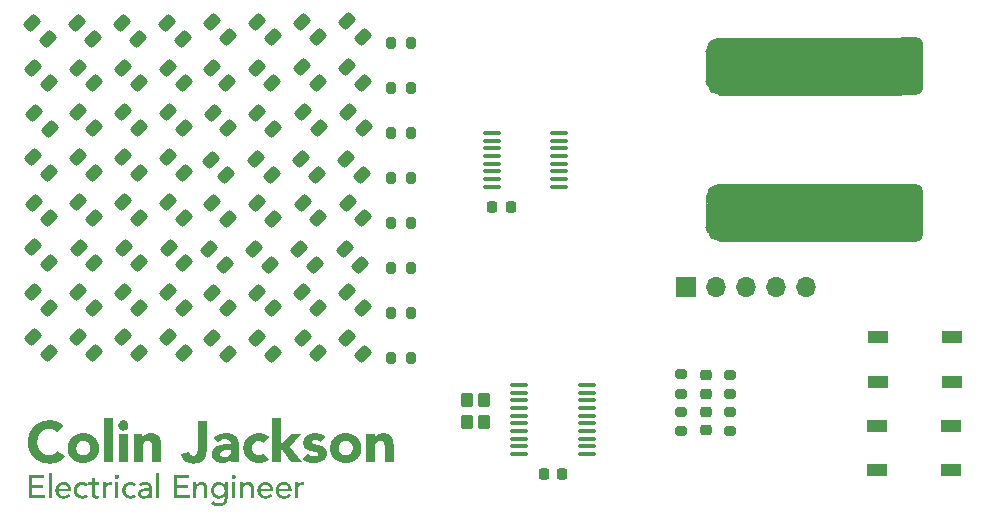
<source format=gbr>
%TF.GenerationSoftware,KiCad,Pcbnew,7.0.7*%
%TF.CreationDate,2025-03-26T12:31:57-04:00*%
%TF.ProjectId,stm_business_card2,73746d5f-6275-4736-996e-6573735f6361,rev?*%
%TF.SameCoordinates,Original*%
%TF.FileFunction,Soldermask,Top*%
%TF.FilePolarity,Negative*%
%FSLAX46Y46*%
G04 Gerber Fmt 4.6, Leading zero omitted, Abs format (unit mm)*
G04 Created by KiCad (PCBNEW 7.0.7) date 2025-03-26 12:31:57*
%MOMM*%
%LPD*%
G01*
G04 APERTURE LIST*
G04 Aperture macros list*
%AMRoundRect*
0 Rectangle with rounded corners*
0 $1 Rounding radius*
0 $2 $3 $4 $5 $6 $7 $8 $9 X,Y pos of 4 corners*
0 Add a 4 corners polygon primitive as box body*
4,1,4,$2,$3,$4,$5,$6,$7,$8,$9,$2,$3,0*
0 Add four circle primitives for the rounded corners*
1,1,$1+$1,$2,$3*
1,1,$1+$1,$4,$5*
1,1,$1+$1,$6,$7*
1,1,$1+$1,$8,$9*
0 Add four rect primitives between the rounded corners*
20,1,$1+$1,$2,$3,$4,$5,0*
20,1,$1+$1,$4,$5,$6,$7,0*
20,1,$1+$1,$6,$7,$8,$9,0*
20,1,$1+$1,$8,$9,$2,$3,0*%
G04 Aperture macros list end*
%ADD10C,0.300000*%
%ADD11C,0.375000*%
%ADD12C,0.100000*%
%ADD13C,1.200000*%
%ADD14RoundRect,0.243750X0.494975X0.150260X0.150260X0.494975X-0.494975X-0.150260X-0.150260X-0.494975X0*%
%ADD15RoundRect,0.102000X-0.400000X0.450000X-0.400000X-0.450000X0.400000X-0.450000X0.400000X0.450000X0*%
%ADD16RoundRect,0.650000X-0.650000X-1.800000X0.650000X-1.800000X0.650000X1.800000X-0.650000X1.800000X0*%
%ADD17RoundRect,0.612500X-0.612500X-1.837500X0.612500X-1.837500X0.612500X1.837500X-0.612500X1.837500X0*%
%ADD18R,1.700000X1.000000*%
%ADD19RoundRect,0.200000X-0.200000X-0.275000X0.200000X-0.275000X0.200000X0.275000X-0.200000X0.275000X0*%
%ADD20R,1.700000X1.700000*%
%ADD21O,1.700000X1.700000*%
%ADD22RoundRect,0.225000X-0.225000X-0.250000X0.225000X-0.250000X0.225000X0.250000X-0.225000X0.250000X0*%
%ADD23RoundRect,0.100000X-0.637500X-0.100000X0.637500X-0.100000X0.637500X0.100000X-0.637500X0.100000X0*%
%ADD24RoundRect,0.200000X-0.275000X0.200000X-0.275000X-0.200000X0.275000X-0.200000X0.275000X0.200000X0*%
%ADD25RoundRect,0.200000X0.275000X-0.200000X0.275000X0.200000X-0.275000X0.200000X-0.275000X-0.200000X0*%
%ADD26RoundRect,0.225000X0.250000X-0.225000X0.250000X0.225000X-0.250000X0.225000X-0.250000X-0.225000X0*%
%ADD27RoundRect,0.225000X0.225000X0.250000X-0.225000X0.250000X-0.225000X-0.250000X0.225000X-0.250000X0*%
%ADD28RoundRect,0.225000X-0.250000X0.225000X-0.250000X-0.225000X0.250000X-0.225000X0.250000X0.225000X0*%
G04 APERTURE END LIST*
D10*
G36*
X30396847Y-58338980D02*
G01*
X30367622Y-58305373D01*
X30336794Y-58273797D01*
X30304363Y-58244252D01*
X30270329Y-58216736D01*
X30234693Y-58191251D01*
X30197453Y-58167796D01*
X30158611Y-58146371D01*
X30118166Y-58126977D01*
X30076118Y-58109746D01*
X30043530Y-58098331D01*
X30010041Y-58088208D01*
X29975650Y-58079377D01*
X29940357Y-58071839D01*
X29904163Y-58065593D01*
X29867067Y-58060639D01*
X29829070Y-58056978D01*
X29790171Y-58054609D01*
X29750370Y-58053532D01*
X29736903Y-58053460D01*
X29696476Y-58054196D01*
X29656620Y-58056405D01*
X29617336Y-58060087D01*
X29578622Y-58065241D01*
X29540479Y-58071867D01*
X29502908Y-58079967D01*
X29465907Y-58089539D01*
X29429478Y-58100583D01*
X29393619Y-58113101D01*
X29358331Y-58127090D01*
X29335123Y-58137235D01*
X29300938Y-58153529D01*
X29267624Y-58170995D01*
X29235181Y-58189633D01*
X29203610Y-58209443D01*
X29172911Y-58230425D01*
X29143083Y-58252580D01*
X29114126Y-58275906D01*
X29086042Y-58300405D01*
X29058828Y-58326075D01*
X29032487Y-58352918D01*
X29015410Y-58371464D01*
X28990596Y-58400017D01*
X28966803Y-58429577D01*
X28944033Y-58460144D01*
X28922284Y-58491717D01*
X28901558Y-58524298D01*
X28881853Y-58557885D01*
X28863169Y-58592479D01*
X28845508Y-58628079D01*
X28828869Y-58664687D01*
X28813251Y-58702301D01*
X28803407Y-58727936D01*
X28789810Y-58766873D01*
X28777551Y-58806426D01*
X28766629Y-58846594D01*
X28757045Y-58887379D01*
X28748797Y-58928780D01*
X28741888Y-58970797D01*
X28736315Y-59013430D01*
X28732080Y-59056680D01*
X28729183Y-59100545D01*
X28727622Y-59145026D01*
X28727325Y-59175023D01*
X28727994Y-59220817D01*
X28730000Y-59265874D01*
X28733343Y-59310195D01*
X28738024Y-59353780D01*
X28744042Y-59396629D01*
X28751398Y-59438741D01*
X28760091Y-59480117D01*
X28770121Y-59520756D01*
X28781489Y-59560660D01*
X28794194Y-59599827D01*
X28803407Y-59625529D01*
X28818321Y-59663211D01*
X28834211Y-59699961D01*
X28851079Y-59735780D01*
X28868923Y-59770666D01*
X28887744Y-59804622D01*
X28907542Y-59837645D01*
X28928316Y-59869737D01*
X28950067Y-59900897D01*
X28972795Y-59931126D01*
X28996499Y-59960423D01*
X29012845Y-59979437D01*
X29038255Y-60006908D01*
X29064477Y-60033222D01*
X29091510Y-60058379D01*
X29119354Y-60082379D01*
X29148010Y-60105222D01*
X29177477Y-60126908D01*
X29207756Y-60147437D01*
X29238846Y-60166809D01*
X29270748Y-60185024D01*
X29303461Y-60202082D01*
X29325720Y-60212811D01*
X29359620Y-60227782D01*
X29394001Y-60241281D01*
X29428863Y-60253308D01*
X29464206Y-60263861D01*
X29500029Y-60272943D01*
X29536334Y-60280551D01*
X29573119Y-60286687D01*
X29610385Y-60291350D01*
X29648132Y-60294541D01*
X29686360Y-60296259D01*
X29712112Y-60296586D01*
X29755877Y-60295722D01*
X29798696Y-60293130D01*
X29840568Y-60288810D01*
X29881493Y-60282762D01*
X29921471Y-60274985D01*
X29960503Y-60265481D01*
X29998588Y-60254249D01*
X30035726Y-60241288D01*
X30071918Y-60226599D01*
X30107163Y-60210183D01*
X30130134Y-60198278D01*
X30163864Y-60179147D01*
X30196452Y-60158618D01*
X30227897Y-60136692D01*
X30258201Y-60113368D01*
X30287363Y-60088646D01*
X30315383Y-60062528D01*
X30342260Y-60035011D01*
X30367996Y-60006097D01*
X30392590Y-59975786D01*
X30416041Y-59944077D01*
X30431041Y-59922162D01*
X31071324Y-60400023D01*
X31043184Y-60438284D01*
X31014116Y-60475276D01*
X30984119Y-60511000D01*
X30953194Y-60545454D01*
X30921341Y-60578640D01*
X30888559Y-60610556D01*
X30854850Y-60641204D01*
X30820212Y-60670583D01*
X30784645Y-60698693D01*
X30748150Y-60725534D01*
X30710727Y-60751106D01*
X30672376Y-60775409D01*
X30633096Y-60798443D01*
X30592888Y-60820208D01*
X30551752Y-60840705D01*
X30509687Y-60859932D01*
X30467185Y-60877841D01*
X30424523Y-60894594D01*
X30381700Y-60910191D01*
X30338717Y-60924634D01*
X30295574Y-60937921D01*
X30252271Y-60950052D01*
X30208807Y-60961028D01*
X30165183Y-60970849D01*
X30121398Y-60979514D01*
X30077454Y-60987024D01*
X30033349Y-60993379D01*
X29989084Y-60998578D01*
X29944658Y-61002622D01*
X29900072Y-61005511D01*
X29855326Y-61007244D01*
X29810420Y-61007821D01*
X29759593Y-61007320D01*
X29709267Y-61005818D01*
X29659442Y-61003313D01*
X29610118Y-60999807D01*
X29561295Y-60995299D01*
X29512972Y-60989789D01*
X29465151Y-60983278D01*
X29417830Y-60975764D01*
X29371010Y-60967249D01*
X29324692Y-60957732D01*
X29278874Y-60947214D01*
X29233557Y-60935693D01*
X29188740Y-60923171D01*
X29144425Y-60909647D01*
X29100611Y-60895121D01*
X29057297Y-60879594D01*
X29014598Y-60863135D01*
X28972627Y-60845814D01*
X28931384Y-60827632D01*
X28890869Y-60808588D01*
X28851081Y-60788683D01*
X28812022Y-60767916D01*
X28773691Y-60746287D01*
X28736087Y-60723797D01*
X28699212Y-60700446D01*
X28663064Y-60676233D01*
X28627645Y-60651159D01*
X28592953Y-60625223D01*
X28558990Y-60598425D01*
X28525754Y-60570766D01*
X28493246Y-60542245D01*
X28461467Y-60512863D01*
X28430485Y-60482553D01*
X28400372Y-60451461D01*
X28371126Y-60419588D01*
X28342749Y-60386933D01*
X28315241Y-60353497D01*
X28288600Y-60319280D01*
X28262828Y-60284281D01*
X28237924Y-60248501D01*
X28213888Y-60211939D01*
X28190720Y-60174596D01*
X28168420Y-60136472D01*
X28146989Y-60097566D01*
X28126426Y-60057879D01*
X28106731Y-60017411D01*
X28087904Y-59976161D01*
X28069945Y-59934130D01*
X28052969Y-59891294D01*
X28037087Y-59847843D01*
X28022301Y-59803778D01*
X28008610Y-59759099D01*
X27996014Y-59713806D01*
X27984514Y-59667897D01*
X27974109Y-59621375D01*
X27964799Y-59574238D01*
X27956584Y-59526487D01*
X27949465Y-59478121D01*
X27943441Y-59429140D01*
X27938512Y-59379546D01*
X27934679Y-59329337D01*
X27931941Y-59278513D01*
X27930298Y-59227075D01*
X27929750Y-59175023D01*
X27930298Y-59122974D01*
X27931941Y-59071546D01*
X27934679Y-59020739D01*
X27938512Y-58970554D01*
X27943441Y-58920989D01*
X27949465Y-58872045D01*
X27956584Y-58823723D01*
X27964799Y-58776022D01*
X27974109Y-58728942D01*
X27984514Y-58682482D01*
X27996014Y-58636644D01*
X28008610Y-58591428D01*
X28022301Y-58546832D01*
X28037087Y-58502857D01*
X28052969Y-58459504D01*
X28069945Y-58416771D01*
X28087904Y-58374640D01*
X28106731Y-58333303D01*
X28126426Y-58292761D01*
X28146989Y-58253014D01*
X28168420Y-58214061D01*
X28190720Y-58175904D01*
X28213888Y-58138541D01*
X28237924Y-58101973D01*
X28262828Y-58066199D01*
X28288600Y-58031220D01*
X28315241Y-57997036D01*
X28342749Y-57963647D01*
X28371126Y-57931053D01*
X28400372Y-57899253D01*
X28430485Y-57868248D01*
X28461467Y-57838038D01*
X28493246Y-57808552D01*
X28525754Y-57779935D01*
X28558990Y-57752185D01*
X28592953Y-57725304D01*
X28627645Y-57699291D01*
X28663064Y-57674147D01*
X28699212Y-57649870D01*
X28736087Y-57626462D01*
X28773691Y-57603922D01*
X28812022Y-57582250D01*
X28851081Y-57561447D01*
X28890869Y-57541512D01*
X28931384Y-57522444D01*
X28972627Y-57504245D01*
X29014598Y-57486915D01*
X29057297Y-57470452D01*
X29100611Y-57454925D01*
X29144425Y-57440399D01*
X29188740Y-57426875D01*
X29233557Y-57414353D01*
X29278874Y-57402832D01*
X29324692Y-57392314D01*
X29371010Y-57382797D01*
X29417830Y-57374282D01*
X29465151Y-57366768D01*
X29512972Y-57360257D01*
X29561295Y-57354747D01*
X29610118Y-57350239D01*
X29659442Y-57346733D01*
X29709267Y-57344228D01*
X29759593Y-57342726D01*
X29810420Y-57342225D01*
X29847579Y-57342652D01*
X29885113Y-57343934D01*
X29923020Y-57346071D01*
X29961301Y-57349063D01*
X29999956Y-57352910D01*
X30038986Y-57357612D01*
X30078389Y-57363168D01*
X30118166Y-57369580D01*
X30158050Y-57376913D01*
X30197774Y-57385234D01*
X30237337Y-57394544D01*
X30276741Y-57404842D01*
X30315984Y-57416129D01*
X30355066Y-57428404D01*
X30393989Y-57441668D01*
X30432751Y-57455920D01*
X30471446Y-57471294D01*
X30509741Y-57487923D01*
X30547635Y-57505808D01*
X30585128Y-57524949D01*
X30622220Y-57545345D01*
X30658912Y-57566997D01*
X30695203Y-57589904D01*
X30731093Y-57614067D01*
X30766329Y-57639352D01*
X30800657Y-57666052D01*
X30834076Y-57694169D01*
X30866587Y-57723701D01*
X30898190Y-57754650D01*
X30928884Y-57787014D01*
X30958671Y-57820794D01*
X30987548Y-57855989D01*
X30396847Y-58338980D01*
G37*
G36*
X32652990Y-58436780D02*
G01*
X32704095Y-58438603D01*
X32754630Y-58441989D01*
X32804594Y-58446938D01*
X32853986Y-58453449D01*
X32902808Y-58461524D01*
X32951059Y-58471161D01*
X32998738Y-58482361D01*
X33045847Y-58495123D01*
X33092384Y-58509449D01*
X33138351Y-58525337D01*
X33183468Y-58542683D01*
X33227459Y-58561381D01*
X33270323Y-58581432D01*
X33312059Y-58602834D01*
X33352669Y-58625590D01*
X33392151Y-58649698D01*
X33430507Y-58675158D01*
X33467735Y-58701970D01*
X33503837Y-58730135D01*
X33538811Y-58759653D01*
X33561502Y-58780082D01*
X33594493Y-58811603D01*
X33626146Y-58844296D01*
X33656463Y-58878161D01*
X33685442Y-58913198D01*
X33713083Y-58949408D01*
X33739387Y-58986789D01*
X33764354Y-59025342D01*
X33787983Y-59065068D01*
X33810276Y-59105965D01*
X33831230Y-59148035D01*
X33844457Y-59176733D01*
X33862942Y-59220651D01*
X33879609Y-59265530D01*
X33894458Y-59311372D01*
X33907489Y-59358175D01*
X33918701Y-59405939D01*
X33928095Y-59454666D01*
X33935671Y-59504354D01*
X33941429Y-59555004D01*
X33944257Y-59589305D01*
X33946278Y-59624033D01*
X33947490Y-59659189D01*
X33947894Y-59694772D01*
X33947490Y-59730355D01*
X33946278Y-59765511D01*
X33944257Y-59800239D01*
X33941429Y-59834540D01*
X33935671Y-59885190D01*
X33928095Y-59934878D01*
X33918701Y-59983604D01*
X33907489Y-60031369D01*
X33894458Y-60078172D01*
X33879609Y-60124013D01*
X33862942Y-60168893D01*
X33844457Y-60212811D01*
X33824394Y-60255669D01*
X33802993Y-60297371D01*
X33780256Y-60337915D01*
X33756180Y-60377303D01*
X33730768Y-60415533D01*
X33704018Y-60452606D01*
X33675931Y-60488522D01*
X33646506Y-60523282D01*
X33615744Y-60556884D01*
X33583644Y-60589329D01*
X33561502Y-60610316D01*
X33527278Y-60640582D01*
X33491928Y-60669511D01*
X33455451Y-60697103D01*
X33417847Y-60723357D01*
X33379116Y-60748273D01*
X33339257Y-60771853D01*
X33298272Y-60794095D01*
X33256160Y-60814999D01*
X33212921Y-60834566D01*
X33168555Y-60852796D01*
X33138351Y-60864207D01*
X33092384Y-60880095D01*
X33045847Y-60894420D01*
X32998738Y-60907183D01*
X32951059Y-60918383D01*
X32902808Y-60928020D01*
X32853986Y-60936094D01*
X32804594Y-60942606D01*
X32754630Y-60947554D01*
X32704095Y-60950940D01*
X32652990Y-60952764D01*
X32618602Y-60953111D01*
X32584214Y-60952764D01*
X32533109Y-60950940D01*
X32482574Y-60947554D01*
X32432611Y-60942606D01*
X32383218Y-60936094D01*
X32334396Y-60928020D01*
X32286146Y-60918383D01*
X32238466Y-60907183D01*
X32191357Y-60894420D01*
X32144820Y-60880095D01*
X32098853Y-60864207D01*
X32053736Y-60846868D01*
X32009745Y-60828193D01*
X31966882Y-60808180D01*
X31925145Y-60786829D01*
X31884536Y-60764141D01*
X31845053Y-60740116D01*
X31806698Y-60714754D01*
X31769469Y-60688054D01*
X31733367Y-60660017D01*
X31698393Y-60630642D01*
X31675703Y-60610316D01*
X31642712Y-60578642D01*
X31611058Y-60545812D01*
X31580742Y-60511824D01*
X31551763Y-60476679D01*
X31524121Y-60440377D01*
X31497817Y-60402918D01*
X31472850Y-60364302D01*
X31449221Y-60324529D01*
X31426929Y-60283599D01*
X31405974Y-60241512D01*
X31392747Y-60212811D01*
X31374262Y-60168893D01*
X31357595Y-60124013D01*
X31342746Y-60078172D01*
X31329715Y-60031369D01*
X31318503Y-59983604D01*
X31309109Y-59934878D01*
X31301533Y-59885190D01*
X31295775Y-59834540D01*
X31292947Y-59800239D01*
X31290927Y-59765511D01*
X31289715Y-59730355D01*
X31289310Y-59694772D01*
X32027901Y-59694772D01*
X32029261Y-59744360D01*
X32033340Y-59792145D01*
X32040140Y-59838126D01*
X32049659Y-59882304D01*
X32061899Y-59924680D01*
X32076858Y-59965252D01*
X32094537Y-60004020D01*
X32114935Y-60040986D01*
X32138054Y-60076148D01*
X32163892Y-60109508D01*
X32182629Y-60130745D01*
X32212897Y-60160383D01*
X32245360Y-60187105D01*
X32280016Y-60210912D01*
X32316867Y-60231805D01*
X32355911Y-60249781D01*
X32397149Y-60264843D01*
X32440581Y-60276990D01*
X32486207Y-60286221D01*
X32534027Y-60292537D01*
X32584041Y-60295938D01*
X32618602Y-60296586D01*
X32653160Y-60295938D01*
X32703156Y-60292537D01*
X32750944Y-60286221D01*
X32796522Y-60276990D01*
X32839891Y-60264843D01*
X32881052Y-60249781D01*
X32920004Y-60231805D01*
X32956746Y-60210912D01*
X32991280Y-60187105D01*
X33023605Y-60160383D01*
X33053721Y-60130745D01*
X33081525Y-60098588D01*
X33106595Y-60064628D01*
X33128929Y-60028864D01*
X33148529Y-59991298D01*
X33165394Y-59951928D01*
X33179524Y-59910755D01*
X33190919Y-59867779D01*
X33199580Y-59822999D01*
X33205505Y-59776417D01*
X33208696Y-59728031D01*
X33209303Y-59694772D01*
X33207936Y-59645191D01*
X33203834Y-59597429D01*
X33196997Y-59551485D01*
X33187425Y-59507359D01*
X33175118Y-59465052D01*
X33160076Y-59424562D01*
X33142300Y-59385891D01*
X33121788Y-59349038D01*
X33098542Y-59314004D01*
X33072561Y-59280787D01*
X33053721Y-59259653D01*
X33023605Y-59229863D01*
X32991280Y-59203003D01*
X32956746Y-59179073D01*
X32920004Y-59158073D01*
X32881052Y-59140003D01*
X32839891Y-59124864D01*
X32796522Y-59112655D01*
X32750944Y-59103376D01*
X32703156Y-59097027D01*
X32653160Y-59093609D01*
X32618602Y-59092957D01*
X32584041Y-59093609D01*
X32534027Y-59097027D01*
X32486207Y-59103376D01*
X32440581Y-59112655D01*
X32397149Y-59124864D01*
X32355911Y-59140003D01*
X32316867Y-59158073D01*
X32280016Y-59179073D01*
X32245360Y-59203003D01*
X32212897Y-59229863D01*
X32182629Y-59259653D01*
X32154977Y-59291657D01*
X32130045Y-59325480D01*
X32107833Y-59361121D01*
X32088341Y-59398580D01*
X32071569Y-59437857D01*
X32057517Y-59478952D01*
X32046184Y-59521866D01*
X32037571Y-59566598D01*
X32031678Y-59613148D01*
X32028505Y-59661516D01*
X32027901Y-59694772D01*
X31289310Y-59694772D01*
X31289715Y-59659189D01*
X31290927Y-59624033D01*
X31292947Y-59589305D01*
X31295775Y-59555004D01*
X31301533Y-59504354D01*
X31309109Y-59454666D01*
X31318503Y-59405939D01*
X31329715Y-59358175D01*
X31342746Y-59311372D01*
X31357595Y-59265530D01*
X31374262Y-59220651D01*
X31392747Y-59176733D01*
X31412810Y-59133882D01*
X31434211Y-59092203D01*
X31456949Y-59051696D01*
X31481024Y-59012361D01*
X31506437Y-58974198D01*
X31533186Y-58937208D01*
X31561274Y-58901389D01*
X31590698Y-58866743D01*
X31621461Y-58833268D01*
X31653560Y-58800966D01*
X31675703Y-58780082D01*
X31709926Y-58749663D01*
X31745276Y-58720597D01*
X31781753Y-58692883D01*
X31819358Y-58666521D01*
X31858089Y-58641511D01*
X31897947Y-58617854D01*
X31938932Y-58595550D01*
X31981044Y-58574598D01*
X32024284Y-58554998D01*
X32068650Y-58536751D01*
X32098853Y-58525337D01*
X32144820Y-58509449D01*
X32191357Y-58495123D01*
X32238466Y-58482361D01*
X32286146Y-58471161D01*
X32334396Y-58461524D01*
X32383218Y-58453449D01*
X32432611Y-58446938D01*
X32482574Y-58441989D01*
X32533109Y-58438603D01*
X32584214Y-58436780D01*
X32618602Y-58436433D01*
X32652990Y-58436780D01*
G37*
G36*
X34376174Y-57175529D02*
G01*
X35114764Y-57175529D01*
X35114764Y-60898401D01*
X34376174Y-60898401D01*
X34376174Y-57175529D01*
G37*
G36*
X35648190Y-58491143D02*
G01*
X36386781Y-58491143D01*
X36386781Y-60898401D01*
X35648190Y-60898401D01*
X35648190Y-58491143D01*
G37*
G36*
X35589206Y-57779908D02*
G01*
X35591169Y-57735429D01*
X35597060Y-57692606D01*
X35606877Y-57651440D01*
X35620622Y-57611930D01*
X35638293Y-57574076D01*
X35659891Y-57537878D01*
X35685416Y-57503337D01*
X35714869Y-57470452D01*
X35747086Y-57440399D01*
X35780906Y-57414353D01*
X35816329Y-57392314D01*
X35853354Y-57374282D01*
X35891983Y-57360257D01*
X35932214Y-57350239D01*
X35974049Y-57344228D01*
X36017486Y-57342225D01*
X36060923Y-57344228D01*
X36102757Y-57350239D01*
X36142988Y-57360257D01*
X36181617Y-57374282D01*
X36218642Y-57392314D01*
X36254065Y-57414353D01*
X36287885Y-57440399D01*
X36320103Y-57470452D01*
X36349555Y-57503337D01*
X36375080Y-57537878D01*
X36396678Y-57574076D01*
X36414350Y-57611930D01*
X36428094Y-57651440D01*
X36437912Y-57692606D01*
X36443802Y-57735429D01*
X36445765Y-57779908D01*
X36443802Y-57824387D01*
X36437912Y-57867209D01*
X36428094Y-57908376D01*
X36414350Y-57947886D01*
X36396678Y-57985740D01*
X36375080Y-58021937D01*
X36349555Y-58056479D01*
X36320103Y-58089364D01*
X36287885Y-58119417D01*
X36254065Y-58145463D01*
X36218642Y-58167502D01*
X36181617Y-58185534D01*
X36142988Y-58199559D01*
X36102757Y-58209577D01*
X36060923Y-58215587D01*
X36017486Y-58217591D01*
X35974049Y-58215587D01*
X35932214Y-58209577D01*
X35891983Y-58199559D01*
X35853354Y-58185534D01*
X35816329Y-58167502D01*
X35780906Y-58145463D01*
X35747086Y-58119417D01*
X35714869Y-58089364D01*
X35685416Y-58056479D01*
X35659891Y-58021937D01*
X35638293Y-57985740D01*
X35620622Y-57947886D01*
X35606877Y-57908376D01*
X35597060Y-57867209D01*
X35591169Y-57824387D01*
X35589206Y-57779908D01*
G37*
G36*
X36909949Y-58491143D02*
G01*
X37619474Y-58491143D01*
X37619474Y-58821970D01*
X37628878Y-58821970D01*
X37645269Y-58791676D01*
X37664524Y-58761382D01*
X37686643Y-58731089D01*
X37711625Y-58700795D01*
X37727186Y-58683484D01*
X37752070Y-58658059D01*
X37778637Y-58633716D01*
X37806887Y-58610455D01*
X37836820Y-58588275D01*
X37868436Y-58567178D01*
X37879349Y-58560386D01*
X37913529Y-58540591D01*
X37949393Y-58522238D01*
X37980565Y-58508046D01*
X38012906Y-58494856D01*
X38046415Y-58482668D01*
X38081093Y-58471481D01*
X38117103Y-58461384D01*
X38154073Y-58452999D01*
X38192003Y-58446324D01*
X38230893Y-58441361D01*
X38270742Y-58438110D01*
X38311552Y-58436570D01*
X38328145Y-58436433D01*
X38362773Y-58436770D01*
X38413138Y-58438541D01*
X38461609Y-58441829D01*
X38508186Y-58446635D01*
X38552870Y-58452959D01*
X38595661Y-58460800D01*
X38636559Y-58470159D01*
X38675563Y-58481036D01*
X38712674Y-58493430D01*
X38747891Y-58507343D01*
X38781216Y-58522772D01*
X38812917Y-58539555D01*
X38843266Y-58557524D01*
X38872262Y-58576681D01*
X38899906Y-58597024D01*
X38934661Y-58625996D01*
X38967012Y-58657077D01*
X38996958Y-58690270D01*
X39024501Y-58725572D01*
X39049638Y-58762985D01*
X39072613Y-58802095D01*
X39088581Y-58832549D01*
X39103467Y-58863964D01*
X39117272Y-58896342D01*
X39129994Y-58929681D01*
X39141635Y-58963982D01*
X39152194Y-58999244D01*
X39161671Y-59035469D01*
X39170065Y-59072655D01*
X39177378Y-59110802D01*
X39179576Y-59123732D01*
X39185839Y-59162982D01*
X39191487Y-59202832D01*
X39196518Y-59243284D01*
X39200934Y-59284337D01*
X39204733Y-59325991D01*
X39207916Y-59368246D01*
X39210483Y-59411102D01*
X39212434Y-59454559D01*
X39213769Y-59498617D01*
X39214488Y-59543276D01*
X39214624Y-59573383D01*
X39214624Y-60898401D01*
X38476034Y-60898401D01*
X38476034Y-59724691D01*
X38475764Y-59685372D01*
X38474952Y-59645631D01*
X38473600Y-59605470D01*
X38471706Y-59564888D01*
X38469715Y-59530748D01*
X38468340Y-59510124D01*
X38465452Y-59475813D01*
X38460002Y-59435742D01*
X38452389Y-59396873D01*
X38442611Y-59359206D01*
X38430670Y-59322742D01*
X38423888Y-59304960D01*
X38408721Y-59270930D01*
X38390790Y-59239364D01*
X38370093Y-59210262D01*
X38346631Y-59183625D01*
X38320405Y-59159452D01*
X38311048Y-59151942D01*
X38280173Y-59131896D01*
X38244610Y-59115998D01*
X38211393Y-59105918D01*
X38174920Y-59098718D01*
X38135191Y-59094397D01*
X38092206Y-59092957D01*
X38057158Y-59093772D01*
X38015751Y-59097082D01*
X37977015Y-59102938D01*
X37940951Y-59111341D01*
X37907559Y-59122289D01*
X37871014Y-59138789D01*
X37859687Y-59145103D01*
X37828111Y-59165570D01*
X37799420Y-59188500D01*
X37773615Y-59213895D01*
X37750694Y-59241755D01*
X37730658Y-59272078D01*
X37724621Y-59282734D01*
X37708392Y-59315893D01*
X37694327Y-59350614D01*
X37682426Y-59386899D01*
X37672689Y-59424746D01*
X37665115Y-59464156D01*
X37663072Y-59477640D01*
X37658885Y-59511817D01*
X37655408Y-59546495D01*
X37652641Y-59581674D01*
X37650583Y-59617354D01*
X37649235Y-59653535D01*
X37648596Y-59690217D01*
X37648539Y-59705030D01*
X37648539Y-60898401D01*
X36909949Y-60898401D01*
X36909949Y-58491143D01*
G37*
G36*
X43066578Y-59739224D02*
G01*
X43066210Y-59784777D01*
X43065106Y-59830075D01*
X43063265Y-59875118D01*
X43060688Y-59919905D01*
X43057375Y-59964436D01*
X43053325Y-60008712D01*
X43048539Y-60052733D01*
X43043017Y-60096498D01*
X43036758Y-60140007D01*
X43029763Y-60183262D01*
X43024691Y-60211956D01*
X43016161Y-60254454D01*
X43006278Y-60296035D01*
X42995043Y-60336700D01*
X42982456Y-60376448D01*
X42968516Y-60415279D01*
X42953224Y-60453194D01*
X42936579Y-60490192D01*
X42918583Y-60526274D01*
X42899233Y-60561439D01*
X42878531Y-60595687D01*
X42863979Y-60618010D01*
X42840973Y-60650420D01*
X42816194Y-60681613D01*
X42789642Y-60711588D01*
X42761317Y-60740347D01*
X42731218Y-60767888D01*
X42699347Y-60794212D01*
X42665702Y-60819319D01*
X42630284Y-60843209D01*
X42593093Y-60865882D01*
X42554129Y-60887338D01*
X42527168Y-60900965D01*
X42484941Y-60920061D01*
X42440324Y-60937279D01*
X42393318Y-60952619D01*
X42343923Y-60966081D01*
X42309666Y-60974011D01*
X42274346Y-60981107D01*
X42237965Y-60987368D01*
X42200522Y-60992795D01*
X42162017Y-60997386D01*
X42122450Y-61001143D01*
X42081821Y-61004065D01*
X42040131Y-61006152D01*
X41997378Y-61007404D01*
X41953564Y-61007821D01*
X41902346Y-61007080D01*
X41852130Y-61004856D01*
X41802916Y-61001149D01*
X41754704Y-60995960D01*
X41707494Y-60989288D01*
X41661285Y-60981134D01*
X41616078Y-60971497D01*
X41571873Y-60960377D01*
X41528670Y-60947775D01*
X41486468Y-60933690D01*
X41445269Y-60918122D01*
X41405071Y-60901072D01*
X41365874Y-60882539D01*
X41327680Y-60862524D01*
X41290487Y-60841025D01*
X41254296Y-60818045D01*
X41219395Y-60793361D01*
X41186069Y-60766967D01*
X41154319Y-60738864D01*
X41124146Y-60709051D01*
X41095548Y-60677529D01*
X41068527Y-60644296D01*
X41043082Y-60609354D01*
X41019213Y-60572703D01*
X40996920Y-60534341D01*
X40976203Y-60494270D01*
X40957062Y-60452489D01*
X40939498Y-60408999D01*
X40923510Y-60363799D01*
X40909097Y-60316889D01*
X40896261Y-60268269D01*
X40885001Y-60217940D01*
X41589398Y-60046115D01*
X41596047Y-60084980D01*
X41606912Y-60121966D01*
X41621993Y-60157074D01*
X41641290Y-60190304D01*
X41664802Y-60221656D01*
X41692531Y-60251129D01*
X41704802Y-60262392D01*
X41736993Y-60288004D01*
X41770519Y-60309275D01*
X41805381Y-60326205D01*
X41841578Y-60338794D01*
X41879112Y-60347042D01*
X41917981Y-60350949D01*
X41933902Y-60351297D01*
X41974115Y-60349648D01*
X42011406Y-60344701D01*
X42045776Y-60336458D01*
X42083162Y-60322212D01*
X42116341Y-60303219D01*
X42140776Y-60283763D01*
X42166962Y-60257006D01*
X42190384Y-60228024D01*
X42211041Y-60196819D01*
X42228932Y-60163390D01*
X42244059Y-60127737D01*
X42248487Y-60115358D01*
X42260639Y-60076930D01*
X42270807Y-60037299D01*
X42277765Y-60003356D01*
X42283346Y-59968578D01*
X42287549Y-59932964D01*
X42290375Y-59896516D01*
X42292591Y-59860068D01*
X42294432Y-59824455D01*
X42295897Y-59789677D01*
X42297159Y-59749045D01*
X42297880Y-59709615D01*
X42298068Y-59677675D01*
X42298068Y-57396935D01*
X43066578Y-57396935D01*
X43066578Y-59739224D01*
G37*
G36*
X44747190Y-58436753D02*
G01*
X44786443Y-58437715D01*
X44824794Y-58439318D01*
X44862244Y-58441562D01*
X44898792Y-58444447D01*
X44934439Y-58447973D01*
X44969184Y-58452140D01*
X45019611Y-58459594D01*
X45068009Y-58468489D01*
X45114379Y-58478828D01*
X45158720Y-58490609D01*
X45201033Y-58503832D01*
X45241317Y-58518498D01*
X45279850Y-58534401D01*
X45316911Y-58551657D01*
X45352499Y-58570265D01*
X45386615Y-58590225D01*
X45419257Y-58611538D01*
X45450428Y-58634203D01*
X45480125Y-58658221D01*
X45508350Y-58683591D01*
X45535103Y-58710314D01*
X45560383Y-58738388D01*
X45576418Y-58757856D01*
X45599304Y-58788140D01*
X45620837Y-58819686D01*
X45641018Y-58852494D01*
X45659846Y-58886565D01*
X45677322Y-58921897D01*
X45693446Y-58958492D01*
X45708217Y-58996349D01*
X45721636Y-59035469D01*
X45733702Y-59075850D01*
X45744416Y-59117494D01*
X45750807Y-59145958D01*
X45759668Y-59189706D01*
X45767657Y-59234716D01*
X45774775Y-59280988D01*
X45781021Y-59328522D01*
X45786395Y-59377319D01*
X45790898Y-59427377D01*
X45794530Y-59478698D01*
X45796467Y-59513614D01*
X45798016Y-59549090D01*
X45799178Y-59585127D01*
X45799953Y-59621725D01*
X45800340Y-59658885D01*
X45800389Y-59677675D01*
X45800389Y-60898401D01*
X45120783Y-60898401D01*
X45120783Y-60600913D01*
X45111380Y-60600913D01*
X45087585Y-60635244D01*
X45062363Y-60667711D01*
X45035713Y-60698316D01*
X45007635Y-60727057D01*
X44978131Y-60753934D01*
X44947198Y-60778949D01*
X44914838Y-60802100D01*
X44881051Y-60823387D01*
X44845836Y-60842812D01*
X44809193Y-60860373D01*
X44783972Y-60871045D01*
X44745469Y-60885711D01*
X44706575Y-60898935D01*
X44667290Y-60910716D01*
X44627615Y-60921054D01*
X44587549Y-60929950D01*
X44547092Y-60937403D01*
X44506244Y-60943414D01*
X44465006Y-60947982D01*
X44423377Y-60951107D01*
X44381358Y-60952790D01*
X44353128Y-60953111D01*
X44311427Y-60952376D01*
X44270100Y-60950172D01*
X44229148Y-60946499D01*
X44188569Y-60941357D01*
X44148364Y-60934745D01*
X44108534Y-60926664D01*
X44069077Y-60917114D01*
X44029994Y-60906094D01*
X43991873Y-60893605D01*
X43954874Y-60879647D01*
X43918997Y-60864220D01*
X43884242Y-60847323D01*
X43850609Y-60828957D01*
X43818098Y-60809122D01*
X43786709Y-60787818D01*
X43756442Y-60765044D01*
X43727711Y-60740854D01*
X43700503Y-60715302D01*
X43674818Y-60688388D01*
X43650655Y-60660111D01*
X43628014Y-60630472D01*
X43606897Y-60599470D01*
X43587302Y-60567106D01*
X43569230Y-60533380D01*
X43553202Y-60498064D01*
X43539310Y-60461358D01*
X43527556Y-60423264D01*
X43517939Y-60383781D01*
X43510459Y-60342908D01*
X43505116Y-60300647D01*
X43501911Y-60256996D01*
X43500842Y-60211956D01*
X43501021Y-60201698D01*
X44209513Y-60201698D01*
X44212268Y-60241189D01*
X44220532Y-60277382D01*
X44234307Y-60310278D01*
X44253591Y-60339876D01*
X44278385Y-60366177D01*
X44308689Y-60389180D01*
X44322353Y-60397458D01*
X44358112Y-60415682D01*
X44394331Y-60430818D01*
X44431008Y-60442864D01*
X44468145Y-60451822D01*
X44505741Y-60457690D01*
X44543796Y-60460470D01*
X44559146Y-60460717D01*
X44599588Y-60459696D01*
X44639489Y-60456630D01*
X44678849Y-60451521D01*
X44717668Y-60444368D01*
X44755946Y-60435172D01*
X44768585Y-60431652D01*
X44805630Y-60419591D01*
X44841113Y-60405847D01*
X44875034Y-60390419D01*
X44907391Y-60373309D01*
X44938186Y-60354516D01*
X44948103Y-60347877D01*
X44976744Y-60326659D01*
X45003041Y-60303398D01*
X45026993Y-60278093D01*
X45048601Y-60250745D01*
X45067866Y-60221353D01*
X45073766Y-60211101D01*
X45089744Y-60178954D01*
X45102417Y-60144703D01*
X45111784Y-60108349D01*
X45117844Y-60069891D01*
X45120599Y-60029329D01*
X45120783Y-60015340D01*
X45120783Y-59858903D01*
X44938700Y-59858903D01*
X44900044Y-59859271D01*
X44863719Y-59860173D01*
X44824450Y-59861615D01*
X44789475Y-59863231D01*
X44752455Y-59865222D01*
X44729262Y-59866597D01*
X44690222Y-59869402D01*
X44651641Y-59873542D01*
X44613519Y-59879019D01*
X44575856Y-59885831D01*
X44538653Y-59893979D01*
X44501908Y-59903462D01*
X44487339Y-59907629D01*
X44452110Y-59919171D01*
X44418550Y-59932423D01*
X44386660Y-59947387D01*
X44356440Y-59964063D01*
X44322380Y-59986332D01*
X44290724Y-60011066D01*
X44263125Y-60038605D01*
X44241236Y-60069931D01*
X44225057Y-60105043D01*
X44214589Y-60143942D01*
X44210227Y-60179250D01*
X44209513Y-60201698D01*
X43501021Y-60201698D01*
X43501511Y-60173578D01*
X43503517Y-60136342D01*
X43506860Y-60100248D01*
X43511541Y-60065296D01*
X43517559Y-60031486D01*
X43527664Y-59988182D01*
X43540146Y-59946909D01*
X43555006Y-59907666D01*
X43572243Y-59870453D01*
X43576924Y-59861467D01*
X43596986Y-59826339D01*
X43618705Y-59792759D01*
X43642079Y-59760729D01*
X43667111Y-59730248D01*
X43693798Y-59701317D01*
X43722141Y-59673935D01*
X43752141Y-59648102D01*
X43783798Y-59623819D01*
X43817070Y-59600965D01*
X43851491Y-59579420D01*
X43887061Y-59559185D01*
X43923779Y-59540258D01*
X43961646Y-59522640D01*
X44000662Y-59506331D01*
X44040827Y-59491331D01*
X44082140Y-59477640D01*
X44124215Y-59465044D01*
X44166663Y-59453330D01*
X44209486Y-59442498D01*
X44252683Y-59432547D01*
X44296253Y-59423477D01*
X44340198Y-59415289D01*
X44384517Y-59407983D01*
X44429209Y-59401558D01*
X44474089Y-59395668D01*
X44518969Y-59390392D01*
X44563848Y-59385730D01*
X44608728Y-59381683D01*
X44653607Y-59378250D01*
X44698487Y-59375432D01*
X44743367Y-59373228D01*
X44788246Y-59371638D01*
X44832712Y-59370436D01*
X44876349Y-59369394D01*
X44919159Y-59368513D01*
X44961140Y-59367792D01*
X45002293Y-59367231D01*
X45042618Y-59366830D01*
X45082114Y-59366590D01*
X45120783Y-59366509D01*
X45119551Y-59329571D01*
X45115854Y-59294091D01*
X45109693Y-59260068D01*
X45097645Y-59216972D01*
X45081216Y-59176466D01*
X45060406Y-59138552D01*
X45035214Y-59103230D01*
X45005642Y-59070498D01*
X44980587Y-59047650D01*
X44944724Y-59019801D01*
X44907231Y-58995665D01*
X44868108Y-58975242D01*
X44827356Y-58958532D01*
X44784974Y-58945536D01*
X44740962Y-58936253D01*
X44706884Y-58931727D01*
X44671890Y-58929290D01*
X44648051Y-58928826D01*
X44603024Y-58930028D01*
X44558986Y-58933635D01*
X44515936Y-58939645D01*
X44473875Y-58948060D01*
X44432802Y-58958879D01*
X44392718Y-58972103D01*
X44353622Y-58987731D01*
X44315514Y-59005763D01*
X44278595Y-59025665D01*
X44242638Y-59047330D01*
X44207643Y-59070758D01*
X44173609Y-59095949D01*
X44140537Y-59122904D01*
X44108427Y-59151621D01*
X44077278Y-59182102D01*
X44047091Y-59214346D01*
X43653860Y-58812567D01*
X43679987Y-58789426D01*
X43706647Y-58767019D01*
X43733842Y-58745347D01*
X43761571Y-58724410D01*
X43789835Y-58704208D01*
X43818633Y-58684740D01*
X43847965Y-58666007D01*
X43877831Y-58648008D01*
X43908232Y-58630744D01*
X43939167Y-58614215D01*
X43970636Y-58598420D01*
X44002639Y-58583360D01*
X44035177Y-58569035D01*
X44068249Y-58555444D01*
X44101855Y-58542588D01*
X44135996Y-58530466D01*
X44170584Y-58519079D01*
X44205319Y-58508427D01*
X44240201Y-58498509D01*
X44275229Y-58489326D01*
X44310405Y-58480878D01*
X44345728Y-58473164D01*
X44381197Y-58466185D01*
X44416814Y-58459941D01*
X44452577Y-58454431D01*
X44488488Y-58449656D01*
X44524545Y-58445616D01*
X44560749Y-58442310D01*
X44597100Y-58439738D01*
X44633599Y-58437902D01*
X44670244Y-58436800D01*
X44707036Y-58436433D01*
X44747190Y-58436753D01*
G37*
G36*
X47868271Y-59275040D02*
G01*
X47846512Y-59246510D01*
X47821628Y-59219903D01*
X47793618Y-59195219D01*
X47762483Y-59172458D01*
X47728222Y-59151621D01*
X47716107Y-59145103D01*
X47685011Y-59130081D01*
X47653162Y-59117604D01*
X47613953Y-59105994D01*
X47580452Y-59099119D01*
X47546199Y-59094791D01*
X47511196Y-59093008D01*
X47504105Y-59092957D01*
X47469543Y-59093609D01*
X47419530Y-59097027D01*
X47371710Y-59103376D01*
X47326084Y-59112655D01*
X47282652Y-59124864D01*
X47241414Y-59140003D01*
X47202369Y-59158073D01*
X47165519Y-59179073D01*
X47130862Y-59203003D01*
X47098400Y-59229863D01*
X47068131Y-59259653D01*
X47040480Y-59291657D01*
X47015548Y-59325480D01*
X46993336Y-59361121D01*
X46973844Y-59398580D01*
X46957072Y-59437857D01*
X46943019Y-59478952D01*
X46931687Y-59521866D01*
X46923074Y-59566598D01*
X46917181Y-59613148D01*
X46914008Y-59661516D01*
X46913403Y-59694772D01*
X46914763Y-59744360D01*
X46918843Y-59792145D01*
X46925642Y-59838126D01*
X46935162Y-59882304D01*
X46947401Y-59924680D01*
X46962360Y-59965252D01*
X46980039Y-60004020D01*
X47000438Y-60040986D01*
X47023556Y-60076148D01*
X47049395Y-60109508D01*
X47068131Y-60130745D01*
X47098400Y-60160383D01*
X47130862Y-60187105D01*
X47165519Y-60210912D01*
X47202369Y-60231805D01*
X47241414Y-60249781D01*
X47282652Y-60264843D01*
X47326084Y-60276990D01*
X47371710Y-60286221D01*
X47419530Y-60292537D01*
X47469543Y-60295938D01*
X47504105Y-60296586D01*
X47541717Y-60295271D01*
X47577618Y-60291327D01*
X47611808Y-60284753D01*
X47650577Y-60273392D01*
X47686881Y-60258246D01*
X47715253Y-60242731D01*
X47747720Y-60221553D01*
X47778445Y-60199053D01*
X47807426Y-60175231D01*
X47834664Y-60150086D01*
X47860160Y-60123619D01*
X47868271Y-60114503D01*
X48356390Y-60629978D01*
X48323472Y-60662545D01*
X48289471Y-60693250D01*
X48254389Y-60722091D01*
X48218225Y-60749069D01*
X48180979Y-60774183D01*
X48142651Y-60797435D01*
X48103241Y-60818823D01*
X48062749Y-60838347D01*
X48021175Y-60856009D01*
X47978520Y-60871807D01*
X47949481Y-60881304D01*
X47905912Y-60894136D01*
X47862717Y-60905707D01*
X47819899Y-60916015D01*
X47777456Y-60925061D01*
X47735389Y-60932845D01*
X47693698Y-60939367D01*
X47652382Y-60944626D01*
X47611442Y-60948623D01*
X47570877Y-60951358D01*
X47530688Y-60952830D01*
X47504105Y-60953111D01*
X47469817Y-60952764D01*
X47418837Y-60950940D01*
X47368397Y-60947554D01*
X47318499Y-60942606D01*
X47269141Y-60936094D01*
X47220324Y-60928020D01*
X47172049Y-60918383D01*
X47124314Y-60907183D01*
X47077120Y-60894420D01*
X47030468Y-60880095D01*
X46984356Y-60864207D01*
X46939238Y-60846868D01*
X46895248Y-60828193D01*
X46852384Y-60808180D01*
X46810648Y-60786829D01*
X46770038Y-60764141D01*
X46730556Y-60740116D01*
X46692200Y-60714754D01*
X46654971Y-60688054D01*
X46618870Y-60660017D01*
X46583895Y-60630642D01*
X46561205Y-60610316D01*
X46528214Y-60578642D01*
X46496560Y-60545812D01*
X46466244Y-60511824D01*
X46437265Y-60476679D01*
X46409624Y-60440377D01*
X46383319Y-60402918D01*
X46358353Y-60364302D01*
X46334723Y-60324529D01*
X46312431Y-60283599D01*
X46291477Y-60241512D01*
X46278250Y-60212811D01*
X46259764Y-60168893D01*
X46243097Y-60124013D01*
X46228249Y-60078172D01*
X46215218Y-60031369D01*
X46204006Y-59983604D01*
X46194611Y-59934878D01*
X46187035Y-59885190D01*
X46181278Y-59834540D01*
X46178449Y-59800239D01*
X46176429Y-59765511D01*
X46175217Y-59730355D01*
X46174813Y-59694772D01*
X46175217Y-59659189D01*
X46176429Y-59624033D01*
X46178449Y-59589305D01*
X46181278Y-59555004D01*
X46187035Y-59504354D01*
X46194611Y-59454666D01*
X46204006Y-59405939D01*
X46215218Y-59358175D01*
X46228249Y-59311372D01*
X46243097Y-59265530D01*
X46259764Y-59220651D01*
X46278250Y-59176733D01*
X46298313Y-59133882D01*
X46319713Y-59092203D01*
X46342451Y-59051696D01*
X46366526Y-59012361D01*
X46391939Y-58974198D01*
X46418689Y-58937208D01*
X46446776Y-58901389D01*
X46476201Y-58866743D01*
X46506963Y-58833268D01*
X46539062Y-58800966D01*
X46561205Y-58780082D01*
X46595428Y-58749663D01*
X46630779Y-58720597D01*
X46667256Y-58692883D01*
X46704860Y-58666521D01*
X46743591Y-58641511D01*
X46783449Y-58617854D01*
X46824435Y-58595550D01*
X46866547Y-58574598D01*
X46909786Y-58554998D01*
X46954152Y-58536751D01*
X46984356Y-58525337D01*
X47030468Y-58509449D01*
X47077120Y-58495123D01*
X47124314Y-58482361D01*
X47172049Y-58471161D01*
X47220324Y-58461524D01*
X47269141Y-58453449D01*
X47318499Y-58446938D01*
X47368397Y-58441989D01*
X47418837Y-58438603D01*
X47469817Y-58436780D01*
X47504105Y-58436433D01*
X47544043Y-58437071D01*
X47584357Y-58438987D01*
X47625047Y-58442180D01*
X47666112Y-58446651D01*
X47707553Y-58452398D01*
X47749370Y-58459423D01*
X47791562Y-58467726D01*
X47834130Y-58477305D01*
X47877074Y-58488162D01*
X47920393Y-58500296D01*
X47949481Y-58509095D01*
X47992858Y-58523498D01*
X48035153Y-58539779D01*
X48076367Y-58557939D01*
X48116498Y-58577977D01*
X48155547Y-58599893D01*
X48193514Y-58623688D01*
X48230400Y-58649361D01*
X48266203Y-58676913D01*
X48300925Y-58706342D01*
X48334565Y-58737650D01*
X48356390Y-58759566D01*
X47868271Y-59275040D01*
G37*
G36*
X48607716Y-57166126D02*
G01*
X49346306Y-57166126D01*
X49346306Y-59441736D01*
X50163543Y-58491143D01*
X51069684Y-58491143D01*
X50119945Y-59575948D01*
X51094474Y-60898401D01*
X50163543Y-60898401D01*
X49356564Y-59680239D01*
X49346306Y-59680239D01*
X49346306Y-60898401D01*
X48607716Y-60898401D01*
X48607716Y-57166126D01*
G37*
G36*
X52683641Y-59185281D02*
G01*
X52652277Y-59149227D01*
X52619096Y-59116720D01*
X52584096Y-59087758D01*
X52547279Y-59062343D01*
X52508643Y-59040474D01*
X52468188Y-59022152D01*
X52425916Y-59007376D01*
X52381825Y-58996146D01*
X52335916Y-58988462D01*
X52288189Y-58984325D01*
X52255361Y-58983537D01*
X52220569Y-58985129D01*
X52186078Y-58989908D01*
X52151887Y-58997872D01*
X52117997Y-59009022D01*
X52084407Y-59023357D01*
X52073278Y-59028844D01*
X52043064Y-59047797D01*
X52015716Y-59075683D01*
X51996875Y-59109787D01*
X51987499Y-59143968D01*
X51984373Y-59182717D01*
X51988709Y-59219403D01*
X52001717Y-59251672D01*
X52023397Y-59279523D01*
X52053750Y-59302957D01*
X52074987Y-59314364D01*
X52111001Y-59329741D01*
X52143630Y-59342050D01*
X52178638Y-59353900D01*
X52216025Y-59365291D01*
X52255791Y-59376223D01*
X52289318Y-59384638D01*
X52306652Y-59388735D01*
X52342208Y-59396937D01*
X52378352Y-59405298D01*
X52415084Y-59413820D01*
X52452404Y-59422502D01*
X52490311Y-59431344D01*
X52528806Y-59440347D01*
X52567889Y-59449510D01*
X52607559Y-59458833D01*
X52647216Y-59468691D01*
X52686259Y-59479884D01*
X52724687Y-59492413D01*
X52762500Y-59506277D01*
X52799700Y-59521478D01*
X52836285Y-59538014D01*
X52872255Y-59555885D01*
X52907611Y-59575093D01*
X52942086Y-59595863D01*
X52974984Y-59618423D01*
X53006306Y-59642773D01*
X53036052Y-59668913D01*
X53064222Y-59696842D01*
X53090816Y-59726561D01*
X53115834Y-59758071D01*
X53139276Y-59791370D01*
X53160714Y-59827006D01*
X53179293Y-59865528D01*
X53195014Y-59906935D01*
X53204930Y-59939883D01*
X53213237Y-59974455D01*
X53219936Y-60010649D01*
X53225028Y-60048466D01*
X53228511Y-60087906D01*
X53230387Y-60128969D01*
X53230745Y-60157246D01*
X53229858Y-60200435D01*
X53227198Y-60242166D01*
X53222765Y-60282440D01*
X53216559Y-60321257D01*
X53208580Y-60358615D01*
X53198828Y-60394517D01*
X53187302Y-60428960D01*
X53174004Y-60461946D01*
X53158932Y-60493475D01*
X53142087Y-60523545D01*
X53129872Y-60542783D01*
X53103759Y-60579688D01*
X53075856Y-60614751D01*
X53046164Y-60647970D01*
X53014681Y-60679345D01*
X52981409Y-60708878D01*
X52946347Y-60736567D01*
X52909495Y-60762413D01*
X52870853Y-60786415D01*
X52841007Y-60803237D01*
X52810456Y-60819083D01*
X52779198Y-60833952D01*
X52747233Y-60847844D01*
X52714563Y-60860760D01*
X52681186Y-60872698D01*
X52647103Y-60883660D01*
X52612314Y-60893645D01*
X52576819Y-60902654D01*
X52540617Y-60910686D01*
X52516090Y-60915497D01*
X52479262Y-60922219D01*
X52442509Y-60928280D01*
X52405832Y-60933680D01*
X52369229Y-60938418D01*
X52332702Y-60942495D01*
X52296250Y-60945911D01*
X52259873Y-60948666D01*
X52223571Y-60950760D01*
X52187344Y-60952193D01*
X52151193Y-60952964D01*
X52127133Y-60953111D01*
X52080117Y-60952502D01*
X52032996Y-60950677D01*
X51985770Y-60947634D01*
X51938438Y-60943374D01*
X51891002Y-60937896D01*
X51843460Y-60931202D01*
X51795813Y-60923290D01*
X51748061Y-60914162D01*
X51700203Y-60903816D01*
X51652241Y-60892253D01*
X51620207Y-60883868D01*
X51572966Y-60869778D01*
X51527092Y-60853795D01*
X51482586Y-60835918D01*
X51439446Y-60816148D01*
X51397675Y-60794484D01*
X51357271Y-60770928D01*
X51318234Y-60745478D01*
X51280565Y-60718134D01*
X51244263Y-60688897D01*
X51209328Y-60657767D01*
X51186798Y-60635962D01*
X51634740Y-60145278D01*
X51660946Y-60176373D01*
X51687847Y-60205545D01*
X51715443Y-60232793D01*
X51743733Y-60258118D01*
X51772718Y-60281519D01*
X51802397Y-60302997D01*
X51832771Y-60322552D01*
X51863839Y-60340183D01*
X51895910Y-60355611D01*
X51929289Y-60368981D01*
X51963977Y-60380295D01*
X51999974Y-60389551D01*
X52037280Y-60396750D01*
X52075896Y-60401893D01*
X52115820Y-60404978D01*
X52157053Y-60406007D01*
X52196519Y-60405109D01*
X52234774Y-60402417D01*
X52271819Y-60397930D01*
X52307653Y-60391648D01*
X52342277Y-60383571D01*
X52375691Y-60373700D01*
X52388717Y-60369248D01*
X52423870Y-60352949D01*
X52451749Y-60332263D01*
X52475083Y-60302583D01*
X52488518Y-60266930D01*
X52492154Y-60231618D01*
X52487777Y-60192728D01*
X52474646Y-60158338D01*
X52452762Y-60128447D01*
X52422123Y-60103056D01*
X52400685Y-60090567D01*
X52364932Y-60073186D01*
X52332428Y-60059575D01*
X52297462Y-60046756D01*
X52260033Y-60034731D01*
X52220142Y-60023498D01*
X52186455Y-60015083D01*
X52169021Y-60011066D01*
X52133665Y-60002865D01*
X52097694Y-59994504D01*
X52061109Y-59985982D01*
X52023910Y-59977300D01*
X51986096Y-59968457D01*
X51947668Y-59959455D01*
X51908626Y-59950292D01*
X51868969Y-59940969D01*
X51829298Y-59930991D01*
X51790215Y-59919864D01*
X51751721Y-59907589D01*
X51713813Y-59894166D01*
X51676494Y-59879593D01*
X51639762Y-59863872D01*
X51603618Y-59847002D01*
X51568061Y-59828983D01*
X51533774Y-59809415D01*
X51501009Y-59787897D01*
X51469767Y-59764429D01*
X51440048Y-59739010D01*
X51411851Y-59711642D01*
X51385177Y-59682323D01*
X51360026Y-59651054D01*
X51336397Y-59617835D01*
X51315159Y-59582199D01*
X51296753Y-59543677D01*
X51281179Y-59502270D01*
X51271357Y-59469322D01*
X51263127Y-59434750D01*
X51256490Y-59398556D01*
X51251446Y-59360739D01*
X51247995Y-59321299D01*
X51246137Y-59280236D01*
X51245783Y-59251959D01*
X51246542Y-59212414D01*
X51248818Y-59173921D01*
X51252613Y-59136480D01*
X51257924Y-59100090D01*
X51264754Y-59064752D01*
X51273101Y-59030467D01*
X51282966Y-58997233D01*
X51298481Y-58954557D01*
X51316693Y-58913751D01*
X51332123Y-58884374D01*
X51354549Y-58846560D01*
X51378659Y-58810483D01*
X51404451Y-58776142D01*
X51431926Y-58743537D01*
X51461085Y-58712669D01*
X51491926Y-58683538D01*
X51524451Y-58656142D01*
X51558658Y-58630484D01*
X51594361Y-58606508D01*
X51631374Y-58584161D01*
X51669695Y-58563445D01*
X51709325Y-58544357D01*
X51750265Y-58526900D01*
X51792513Y-58511072D01*
X51825058Y-58500270D01*
X51858340Y-58490385D01*
X51880936Y-58484304D01*
X51915267Y-58475749D01*
X51949658Y-58468035D01*
X51984109Y-58461163D01*
X52018621Y-58455132D01*
X52053192Y-58449943D01*
X52087823Y-58445596D01*
X52122515Y-58442089D01*
X52157267Y-58439425D01*
X52192078Y-58437601D01*
X52226950Y-58436620D01*
X52250232Y-58436433D01*
X52294668Y-58437026D01*
X52339179Y-58438807D01*
X52383766Y-58441775D01*
X52428428Y-58445929D01*
X52473165Y-58451271D01*
X52517977Y-58457801D01*
X52562864Y-58465517D01*
X52607826Y-58474420D01*
X52652863Y-58484510D01*
X52697976Y-58495788D01*
X52728093Y-58503966D01*
X52772647Y-58517400D01*
X52815909Y-58532697D01*
X52857878Y-58549857D01*
X52898555Y-58568881D01*
X52937940Y-58589768D01*
X52976033Y-58612518D01*
X53012833Y-58637132D01*
X53048341Y-58663609D01*
X53082557Y-58691949D01*
X53115480Y-58722153D01*
X53136711Y-58743324D01*
X52683641Y-59185281D01*
G37*
G36*
X54872250Y-58436780D02*
G01*
X54923356Y-58438603D01*
X54973890Y-58441989D01*
X55023854Y-58446938D01*
X55073247Y-58453449D01*
X55122068Y-58461524D01*
X55170319Y-58471161D01*
X55217999Y-58482361D01*
X55265107Y-58495123D01*
X55311645Y-58509449D01*
X55357611Y-58525337D01*
X55402729Y-58542683D01*
X55446719Y-58561381D01*
X55489583Y-58581432D01*
X55531319Y-58602834D01*
X55571929Y-58625590D01*
X55611412Y-58649698D01*
X55649767Y-58675158D01*
X55686996Y-58701970D01*
X55723097Y-58730135D01*
X55758072Y-58759653D01*
X55780762Y-58780082D01*
X55813753Y-58811603D01*
X55845407Y-58844296D01*
X55875723Y-58878161D01*
X55904702Y-58913198D01*
X55932343Y-58949408D01*
X55958648Y-58986789D01*
X55983614Y-59025342D01*
X56007244Y-59065068D01*
X56029536Y-59105965D01*
X56050490Y-59148035D01*
X56063717Y-59176733D01*
X56082203Y-59220651D01*
X56098870Y-59265530D01*
X56113719Y-59311372D01*
X56126749Y-59358175D01*
X56137962Y-59405939D01*
X56147356Y-59454666D01*
X56154932Y-59504354D01*
X56160689Y-59555004D01*
X56163518Y-59589305D01*
X56165538Y-59624033D01*
X56166750Y-59659189D01*
X56167154Y-59694772D01*
X56166750Y-59730355D01*
X56165538Y-59765511D01*
X56163518Y-59800239D01*
X56160689Y-59834540D01*
X56154932Y-59885190D01*
X56147356Y-59934878D01*
X56137962Y-59983604D01*
X56126749Y-60031369D01*
X56113719Y-60078172D01*
X56098870Y-60124013D01*
X56082203Y-60168893D01*
X56063717Y-60212811D01*
X56043654Y-60255669D01*
X56022254Y-60297371D01*
X55999516Y-60337915D01*
X55975441Y-60377303D01*
X55950028Y-60415533D01*
X55923278Y-60452606D01*
X55895191Y-60488522D01*
X55865766Y-60523282D01*
X55835004Y-60556884D01*
X55802905Y-60589329D01*
X55780762Y-60610316D01*
X55746539Y-60640582D01*
X55711189Y-60669511D01*
X55674711Y-60697103D01*
X55637107Y-60723357D01*
X55598376Y-60748273D01*
X55558518Y-60771853D01*
X55517532Y-60794095D01*
X55475420Y-60814999D01*
X55432181Y-60834566D01*
X55387815Y-60852796D01*
X55357611Y-60864207D01*
X55311645Y-60880095D01*
X55265107Y-60894420D01*
X55217999Y-60907183D01*
X55170319Y-60918383D01*
X55122068Y-60928020D01*
X55073247Y-60936094D01*
X55023854Y-60942606D01*
X54973890Y-60947554D01*
X54923356Y-60950940D01*
X54872250Y-60952764D01*
X54837862Y-60953111D01*
X54803475Y-60952764D01*
X54752369Y-60950940D01*
X54701834Y-60947554D01*
X54651871Y-60942606D01*
X54602478Y-60936094D01*
X54553657Y-60928020D01*
X54505406Y-60918383D01*
X54457726Y-60907183D01*
X54410618Y-60894420D01*
X54364080Y-60880095D01*
X54318114Y-60864207D01*
X54272996Y-60846868D01*
X54229006Y-60828193D01*
X54186142Y-60808180D01*
X54144405Y-60786829D01*
X54103796Y-60764141D01*
X54064313Y-60740116D01*
X54025958Y-60714754D01*
X53988729Y-60688054D01*
X53952628Y-60660017D01*
X53917653Y-60630642D01*
X53894963Y-60610316D01*
X53861972Y-60578642D01*
X53830318Y-60545812D01*
X53800002Y-60511824D01*
X53771023Y-60476679D01*
X53743382Y-60440377D01*
X53717077Y-60402918D01*
X53692111Y-60364302D01*
X53668481Y-60324529D01*
X53646189Y-60283599D01*
X53625234Y-60241512D01*
X53612008Y-60212811D01*
X53593522Y-60168893D01*
X53576855Y-60124013D01*
X53562006Y-60078172D01*
X53548976Y-60031369D01*
X53537763Y-59983604D01*
X53528369Y-59934878D01*
X53520793Y-59885190D01*
X53515036Y-59834540D01*
X53512207Y-59800239D01*
X53510187Y-59765511D01*
X53508975Y-59730355D01*
X53508571Y-59694772D01*
X54247161Y-59694772D01*
X54248521Y-59744360D01*
X54252601Y-59792145D01*
X54259400Y-59838126D01*
X54268920Y-59882304D01*
X54281159Y-59924680D01*
X54296118Y-59965252D01*
X54313797Y-60004020D01*
X54334196Y-60040986D01*
X54357314Y-60076148D01*
X54383152Y-60109508D01*
X54401889Y-60130745D01*
X54432158Y-60160383D01*
X54464620Y-60187105D01*
X54499277Y-60210912D01*
X54536127Y-60231805D01*
X54575171Y-60249781D01*
X54616410Y-60264843D01*
X54659842Y-60276990D01*
X54705468Y-60286221D01*
X54753287Y-60292537D01*
X54803301Y-60295938D01*
X54837862Y-60296586D01*
X54872420Y-60295938D01*
X54922417Y-60292537D01*
X54970204Y-60286221D01*
X55015782Y-60276990D01*
X55059152Y-60264843D01*
X55100312Y-60249781D01*
X55139264Y-60231805D01*
X55176007Y-60210912D01*
X55210540Y-60187105D01*
X55242865Y-60160383D01*
X55272981Y-60130745D01*
X55300785Y-60098588D01*
X55325855Y-60064628D01*
X55348190Y-60028864D01*
X55367789Y-59991298D01*
X55384654Y-59951928D01*
X55398784Y-59910755D01*
X55410179Y-59867779D01*
X55418840Y-59822999D01*
X55424765Y-59776417D01*
X55427956Y-59728031D01*
X55428564Y-59694772D01*
X55427196Y-59645191D01*
X55423094Y-59597429D01*
X55416257Y-59551485D01*
X55406685Y-59507359D01*
X55394378Y-59465052D01*
X55379336Y-59424562D01*
X55361560Y-59385891D01*
X55341049Y-59349038D01*
X55317802Y-59314004D01*
X55291821Y-59280787D01*
X55272981Y-59259653D01*
X55242865Y-59229863D01*
X55210540Y-59203003D01*
X55176007Y-59179073D01*
X55139264Y-59158073D01*
X55100312Y-59140003D01*
X55059152Y-59124864D01*
X55015782Y-59112655D01*
X54970204Y-59103376D01*
X54922417Y-59097027D01*
X54872420Y-59093609D01*
X54837862Y-59092957D01*
X54803301Y-59093609D01*
X54753287Y-59097027D01*
X54705468Y-59103376D01*
X54659842Y-59112655D01*
X54616410Y-59124864D01*
X54575171Y-59140003D01*
X54536127Y-59158073D01*
X54499277Y-59179073D01*
X54464620Y-59203003D01*
X54432158Y-59229863D01*
X54401889Y-59259653D01*
X54374237Y-59291657D01*
X54349306Y-59325480D01*
X54327094Y-59361121D01*
X54307602Y-59398580D01*
X54290829Y-59437857D01*
X54276777Y-59478952D01*
X54265444Y-59521866D01*
X54256832Y-59566598D01*
X54250939Y-59613148D01*
X54247766Y-59661516D01*
X54247161Y-59694772D01*
X53508571Y-59694772D01*
X53508975Y-59659189D01*
X53510187Y-59624033D01*
X53512207Y-59589305D01*
X53515036Y-59555004D01*
X53520793Y-59504354D01*
X53528369Y-59454666D01*
X53537763Y-59405939D01*
X53548976Y-59358175D01*
X53562006Y-59311372D01*
X53576855Y-59265530D01*
X53593522Y-59220651D01*
X53612008Y-59176733D01*
X53632071Y-59133882D01*
X53653471Y-59092203D01*
X53676209Y-59051696D01*
X53700284Y-59012361D01*
X53725697Y-58974198D01*
X53752447Y-58937208D01*
X53780534Y-58901389D01*
X53809959Y-58866743D01*
X53840721Y-58833268D01*
X53872820Y-58800966D01*
X53894963Y-58780082D01*
X53929186Y-58749663D01*
X53964536Y-58720597D01*
X54001014Y-58692883D01*
X54038618Y-58666521D01*
X54077349Y-58641511D01*
X54117207Y-58617854D01*
X54158192Y-58595550D01*
X54200305Y-58574598D01*
X54243544Y-58554998D01*
X54287910Y-58536751D01*
X54318114Y-58525337D01*
X54364080Y-58509449D01*
X54410618Y-58495123D01*
X54457726Y-58482361D01*
X54505406Y-58471161D01*
X54553657Y-58461524D01*
X54602478Y-58453449D01*
X54651871Y-58446938D01*
X54701834Y-58441989D01*
X54752369Y-58438603D01*
X54803475Y-58436780D01*
X54837862Y-58436433D01*
X54872250Y-58436780D01*
G37*
G36*
X56585176Y-58491143D02*
G01*
X57294701Y-58491143D01*
X57294701Y-58821970D01*
X57304105Y-58821970D01*
X57320496Y-58791676D01*
X57339751Y-58761382D01*
X57361870Y-58731089D01*
X57386851Y-58700795D01*
X57402412Y-58683484D01*
X57427296Y-58658059D01*
X57453864Y-58633716D01*
X57482114Y-58610455D01*
X57512047Y-58588275D01*
X57543663Y-58567178D01*
X57554576Y-58560386D01*
X57588756Y-58540591D01*
X57624620Y-58522238D01*
X57655792Y-58508046D01*
X57688133Y-58494856D01*
X57721642Y-58482668D01*
X57756320Y-58471481D01*
X57792330Y-58461384D01*
X57829300Y-58452999D01*
X57867229Y-58446324D01*
X57906119Y-58441361D01*
X57945969Y-58438110D01*
X57986779Y-58436570D01*
X58003372Y-58436433D01*
X58038000Y-58436770D01*
X58088364Y-58438541D01*
X58136835Y-58441829D01*
X58183413Y-58446635D01*
X58228097Y-58452959D01*
X58270888Y-58460800D01*
X58311786Y-58470159D01*
X58350790Y-58481036D01*
X58387901Y-58493430D01*
X58423118Y-58507343D01*
X58456442Y-58522772D01*
X58488144Y-58539555D01*
X58518492Y-58557524D01*
X58547489Y-58576681D01*
X58575133Y-58597024D01*
X58609888Y-58625996D01*
X58642239Y-58657077D01*
X58672185Y-58690270D01*
X58699727Y-58725572D01*
X58724865Y-58762985D01*
X58747839Y-58802095D01*
X58763808Y-58832549D01*
X58778694Y-58863964D01*
X58792499Y-58896342D01*
X58805221Y-58929681D01*
X58816862Y-58963982D01*
X58827421Y-58999244D01*
X58836897Y-59035469D01*
X58845292Y-59072655D01*
X58852605Y-59110802D01*
X58854802Y-59123732D01*
X58861066Y-59162982D01*
X58866714Y-59202832D01*
X58871745Y-59243284D01*
X58876160Y-59284337D01*
X58879960Y-59325991D01*
X58883143Y-59368246D01*
X58885710Y-59411102D01*
X58887661Y-59454559D01*
X58888996Y-59498617D01*
X58889714Y-59543276D01*
X58889851Y-59573383D01*
X58889851Y-60898401D01*
X58151261Y-60898401D01*
X58151261Y-59724691D01*
X58150990Y-59685372D01*
X58150179Y-59645631D01*
X58148827Y-59605470D01*
X58146933Y-59564888D01*
X58144942Y-59530748D01*
X58143567Y-59510124D01*
X58140679Y-59475813D01*
X58135229Y-59435742D01*
X58127616Y-59396873D01*
X58117838Y-59359206D01*
X58105897Y-59322742D01*
X58099115Y-59304960D01*
X58083948Y-59270930D01*
X58066016Y-59239364D01*
X58045320Y-59210262D01*
X58021858Y-59183625D01*
X57995631Y-59159452D01*
X57986275Y-59151942D01*
X57955400Y-59131896D01*
X57919837Y-59115998D01*
X57886620Y-59105918D01*
X57850147Y-59098718D01*
X57810418Y-59094397D01*
X57767433Y-59092957D01*
X57732384Y-59093772D01*
X57690978Y-59097082D01*
X57652242Y-59102938D01*
X57616178Y-59111341D01*
X57582786Y-59122289D01*
X57546241Y-59138789D01*
X57534914Y-59145103D01*
X57503338Y-59165570D01*
X57474647Y-59188500D01*
X57448841Y-59213895D01*
X57425921Y-59241755D01*
X57405885Y-59272078D01*
X57399848Y-59282734D01*
X57383619Y-59315893D01*
X57369554Y-59350614D01*
X57357653Y-59386899D01*
X57347916Y-59424746D01*
X57340342Y-59464156D01*
X57338299Y-59477640D01*
X57334112Y-59511817D01*
X57330635Y-59546495D01*
X57327868Y-59581674D01*
X57325810Y-59617354D01*
X57324462Y-59653535D01*
X57323823Y-59690217D01*
X57323766Y-59705030D01*
X57323766Y-60898401D01*
X56585176Y-60898401D01*
X56585176Y-58491143D01*
G37*
D11*
G36*
X28018166Y-61946562D02*
G01*
X29303860Y-61946562D01*
X29303860Y-62196667D01*
X28288299Y-62196667D01*
X28288299Y-62790665D01*
X29233518Y-62790665D01*
X29233518Y-63040770D01*
X28288299Y-63040770D01*
X28288299Y-63697295D01*
X29354663Y-63697295D01*
X29354663Y-63947400D01*
X28018166Y-63947400D01*
X28018166Y-61946562D01*
G37*
G36*
X29682925Y-61821510D02*
G01*
X29935961Y-61821510D01*
X29935961Y-63947400D01*
X29682925Y-63947400D01*
X29682925Y-61821510D01*
G37*
G36*
X30967610Y-62572062D02*
G01*
X30989128Y-62572778D01*
X31010215Y-62573970D01*
X31030871Y-62575640D01*
X31051095Y-62577787D01*
X31070889Y-62580410D01*
X31090251Y-62583511D01*
X31118485Y-62589057D01*
X31145749Y-62595676D01*
X31172043Y-62603368D01*
X31197366Y-62612133D01*
X31221720Y-62621972D01*
X31245103Y-62632884D01*
X31267705Y-62644660D01*
X31289536Y-62657087D01*
X31310593Y-62670168D01*
X31330878Y-62683901D01*
X31350389Y-62698286D01*
X31369128Y-62713324D01*
X31387094Y-62729015D01*
X31404288Y-62745358D01*
X31420708Y-62762354D01*
X31436356Y-62780003D01*
X31446359Y-62792131D01*
X31460810Y-62810764D01*
X31474489Y-62829843D01*
X31487394Y-62849370D01*
X31499527Y-62869342D01*
X31510887Y-62889761D01*
X31521475Y-62910627D01*
X31531289Y-62931939D01*
X31540331Y-62953697D01*
X31548600Y-62975903D01*
X31556096Y-62998554D01*
X31560664Y-63013903D01*
X31566950Y-63037023D01*
X31572617Y-63060220D01*
X31577666Y-63083494D01*
X31582097Y-63106845D01*
X31585909Y-63130274D01*
X31589103Y-63153780D01*
X31591679Y-63177363D01*
X31593637Y-63201024D01*
X31594977Y-63224762D01*
X31595698Y-63248577D01*
X31595835Y-63264496D01*
X31595835Y-63353401D01*
X30526540Y-63353401D01*
X30527135Y-63375986D01*
X30528921Y-63398067D01*
X30531898Y-63419644D01*
X30536066Y-63440718D01*
X30541424Y-63461288D01*
X30547972Y-63481354D01*
X30555712Y-63500916D01*
X30564642Y-63519975D01*
X30574534Y-63538323D01*
X30585158Y-63556000D01*
X30596516Y-63573006D01*
X30608606Y-63589339D01*
X30621428Y-63605002D01*
X30634984Y-63619992D01*
X30649272Y-63634311D01*
X30664293Y-63647958D01*
X30680108Y-63660788D01*
X30696533Y-63672901D01*
X30713569Y-63684297D01*
X30731216Y-63694975D01*
X30749473Y-63704935D01*
X30768340Y-63714178D01*
X30787819Y-63722704D01*
X30807908Y-63730512D01*
X30828394Y-63737381D01*
X30849063Y-63743335D01*
X30869915Y-63748372D01*
X30890950Y-63752494D01*
X30912169Y-63755699D01*
X30933571Y-63757989D01*
X30955156Y-63759363D01*
X30976924Y-63759821D01*
X30998814Y-63759370D01*
X31020155Y-63758018D01*
X31040946Y-63755764D01*
X31061188Y-63752608D01*
X31080880Y-63748551D01*
X31100022Y-63743592D01*
X31124691Y-63735578D01*
X31148382Y-63725961D01*
X31171097Y-63714741D01*
X31182088Y-63708530D01*
X31203726Y-63695074D01*
X31224922Y-63680595D01*
X31245675Y-63665093D01*
X31260949Y-63652795D01*
X31275974Y-63639923D01*
X31290751Y-63626474D01*
X31305278Y-63612451D01*
X31319556Y-63597852D01*
X31333585Y-63582678D01*
X31342800Y-63572242D01*
X31533798Y-63713903D01*
X31520443Y-63730192D01*
X31506759Y-63745964D01*
X31492745Y-63761219D01*
X31478400Y-63775956D01*
X31463726Y-63790177D01*
X31448721Y-63803880D01*
X31433386Y-63817066D01*
X31417721Y-63829736D01*
X31401726Y-63841888D01*
X31385401Y-63853522D01*
X31368746Y-63864640D01*
X31351760Y-63875241D01*
X31334445Y-63885325D01*
X31316799Y-63894891D01*
X31298824Y-63903940D01*
X31280518Y-63912473D01*
X31261882Y-63920488D01*
X31242916Y-63927986D01*
X31223620Y-63934967D01*
X31203993Y-63941431D01*
X31184037Y-63947378D01*
X31163751Y-63952807D01*
X31143134Y-63957720D01*
X31122187Y-63962115D01*
X31100910Y-63965993D01*
X31079304Y-63969355D01*
X31057367Y-63972199D01*
X31035099Y-63974526D01*
X31012502Y-63976336D01*
X30989575Y-63977628D01*
X30966317Y-63978404D01*
X30942730Y-63978663D01*
X30923183Y-63978453D01*
X30894292Y-63977351D01*
X30865915Y-63975304D01*
X30838055Y-63972313D01*
X30810709Y-63968378D01*
X30783879Y-63963498D01*
X30757563Y-63957673D01*
X30731763Y-63950904D01*
X30706478Y-63943190D01*
X30681709Y-63934532D01*
X30657454Y-63924929D01*
X30633801Y-63914498D01*
X30610834Y-63903354D01*
X30588555Y-63891497D01*
X30566962Y-63878928D01*
X30546057Y-63865645D01*
X30525838Y-63851651D01*
X30506306Y-63836943D01*
X30487461Y-63821523D01*
X30469303Y-63805390D01*
X30451832Y-63788544D01*
X30440567Y-63776918D01*
X30424345Y-63758853D01*
X30408836Y-63740196D01*
X30394040Y-63720946D01*
X30379956Y-63701103D01*
X30366585Y-63680669D01*
X30353927Y-63659641D01*
X30341982Y-63638022D01*
X30330749Y-63615809D01*
X30320229Y-63593005D01*
X30310421Y-63569607D01*
X30304279Y-63553680D01*
X30295724Y-63529403D01*
X30288010Y-63504748D01*
X30281138Y-63479715D01*
X30275107Y-63454304D01*
X30269918Y-63428515D01*
X30265570Y-63402349D01*
X30262064Y-63375804D01*
X30259399Y-63348882D01*
X30257576Y-63321583D01*
X30256594Y-63293905D01*
X30256407Y-63275243D01*
X30256863Y-63247314D01*
X30258228Y-63219762D01*
X30260503Y-63192588D01*
X30263685Y-63165822D01*
X30526540Y-63165822D01*
X31325703Y-63165822D01*
X31324642Y-63145642D01*
X31322924Y-63125889D01*
X31319855Y-63101798D01*
X31315759Y-63078376D01*
X31310638Y-63055621D01*
X31304492Y-63033534D01*
X31298836Y-63016346D01*
X31290772Y-62995557D01*
X31281539Y-62975626D01*
X31271137Y-62956554D01*
X31259566Y-62938341D01*
X31246827Y-62920986D01*
X31232919Y-62904490D01*
X31227029Y-62898132D01*
X31211484Y-62882946D01*
X31194771Y-62868833D01*
X31176890Y-62855793D01*
X31157839Y-62843826D01*
X31137620Y-62832933D01*
X31116232Y-62823113D01*
X31107350Y-62819486D01*
X31084466Y-62811183D01*
X31065301Y-62805554D01*
X31045372Y-62800826D01*
X31024680Y-62796998D01*
X31003225Y-62794071D01*
X30981006Y-62792044D01*
X30958025Y-62790919D01*
X30940287Y-62790665D01*
X30917321Y-62791200D01*
X30894828Y-62792803D01*
X30872808Y-62795474D01*
X30851261Y-62799214D01*
X30830187Y-62804022D01*
X30809587Y-62809900D01*
X30789460Y-62816845D01*
X30769806Y-62824859D01*
X30750877Y-62833614D01*
X30732681Y-62843025D01*
X30715218Y-62853092D01*
X30698487Y-62863816D01*
X30682489Y-62875196D01*
X30663522Y-62890345D01*
X30645700Y-62906519D01*
X30638892Y-62913275D01*
X30622825Y-62930518D01*
X30607903Y-62948357D01*
X30594127Y-62966792D01*
X30581495Y-62985823D01*
X30570008Y-63005451D01*
X30559665Y-63025675D01*
X30555849Y-63033931D01*
X30547406Y-63054668D01*
X30540393Y-63075357D01*
X30534812Y-63095999D01*
X30530662Y-63116592D01*
X30527943Y-63137138D01*
X30526655Y-63157636D01*
X30526540Y-63165822D01*
X30263685Y-63165822D01*
X30263689Y-63165792D01*
X30267785Y-63139374D01*
X30272791Y-63113333D01*
X30278707Y-63087670D01*
X30285533Y-63062386D01*
X30293270Y-63037478D01*
X30301917Y-63012949D01*
X30308187Y-62996806D01*
X30318331Y-62973018D01*
X30329161Y-62949832D01*
X30340679Y-62927246D01*
X30352883Y-62905261D01*
X30365775Y-62883877D01*
X30379353Y-62863095D01*
X30393619Y-62842913D01*
X30408571Y-62823333D01*
X30424210Y-62804353D01*
X30440536Y-62785975D01*
X30451802Y-62774057D01*
X30469326Y-62756649D01*
X30487459Y-62739962D01*
X30506203Y-62723997D01*
X30525555Y-62708752D01*
X30545518Y-62694230D01*
X30566090Y-62680428D01*
X30587272Y-62667348D01*
X30609064Y-62654988D01*
X30631465Y-62643351D01*
X30654476Y-62632434D01*
X30670155Y-62625557D01*
X30694074Y-62615954D01*
X30718389Y-62607296D01*
X30743099Y-62599583D01*
X30768203Y-62592813D01*
X30793703Y-62586989D01*
X30819597Y-62582109D01*
X30845887Y-62578173D01*
X30872571Y-62575182D01*
X30899651Y-62573136D01*
X30927125Y-62572034D01*
X30945661Y-62571824D01*
X30967610Y-62572062D01*
G37*
G36*
X32844405Y-62946981D02*
G01*
X32826705Y-62932059D01*
X32808776Y-62918069D01*
X32790618Y-62905009D01*
X32772231Y-62892881D01*
X32753615Y-62881684D01*
X32734770Y-62871418D01*
X32715696Y-62862084D01*
X32696393Y-62853680D01*
X32676640Y-62846238D01*
X32655971Y-62839789D01*
X32634386Y-62834331D01*
X32611885Y-62829866D01*
X32588469Y-62826394D01*
X32564136Y-62823913D01*
X32538887Y-62822425D01*
X32519350Y-62821959D01*
X32512723Y-62821928D01*
X32487016Y-62822509D01*
X32462165Y-62824249D01*
X32438168Y-62827149D01*
X32415026Y-62831210D01*
X32392739Y-62836430D01*
X32371306Y-62842811D01*
X32350729Y-62850352D01*
X32331006Y-62859053D01*
X32312100Y-62868770D01*
X32293973Y-62879356D01*
X32276624Y-62890813D01*
X32260054Y-62903139D01*
X32244262Y-62916336D01*
X32229249Y-62930403D01*
X32215014Y-62945340D01*
X32201557Y-62961147D01*
X32188887Y-62977580D01*
X32177011Y-62994639D01*
X32165929Y-63012323D01*
X32155640Y-63030634D01*
X32146145Y-63049570D01*
X32137444Y-63069133D01*
X32129536Y-63089321D01*
X32122423Y-63110135D01*
X32116240Y-63131247D01*
X32110882Y-63152572D01*
X32106349Y-63174111D01*
X32102639Y-63195864D01*
X32099754Y-63217831D01*
X32097693Y-63240011D01*
X32096457Y-63262405D01*
X32096045Y-63285013D01*
X32096525Y-63307582D01*
X32097968Y-63329862D01*
X32100372Y-63351851D01*
X32103738Y-63373551D01*
X32108066Y-63394960D01*
X32113355Y-63416080D01*
X32119606Y-63436909D01*
X32126819Y-63457448D01*
X32135024Y-63477400D01*
X32144008Y-63496710D01*
X32153770Y-63515380D01*
X32164310Y-63533408D01*
X32175630Y-63550795D01*
X32187727Y-63567541D01*
X32200603Y-63583646D01*
X32214258Y-63599109D01*
X32228653Y-63613848D01*
X32243750Y-63627777D01*
X32259550Y-63640898D01*
X32276052Y-63653209D01*
X32293255Y-63664711D01*
X32311161Y-63675405D01*
X32329770Y-63685289D01*
X32349080Y-63694364D01*
X32369162Y-63702378D01*
X32389838Y-63709324D01*
X32411110Y-63715201D01*
X32432978Y-63720009D01*
X32455440Y-63723749D01*
X32478498Y-63726421D01*
X32502152Y-63728024D01*
X32526400Y-63728558D01*
X32546184Y-63728279D01*
X32571708Y-63727039D01*
X32596254Y-63724806D01*
X32619823Y-63721581D01*
X32642416Y-63717364D01*
X32664031Y-63712155D01*
X32684670Y-63705954D01*
X32704331Y-63698760D01*
X32709094Y-63696806D01*
X32727962Y-63688403D01*
X32746463Y-63679068D01*
X32764598Y-63668802D01*
X32782367Y-63657605D01*
X32799769Y-63645477D01*
X32816805Y-63632418D01*
X32833475Y-63618427D01*
X32849778Y-63603506D01*
X33030029Y-63778872D01*
X33011244Y-63798315D01*
X32991893Y-63816710D01*
X32971975Y-63834058D01*
X32951490Y-63850359D01*
X32930438Y-63865612D01*
X32908820Y-63879817D01*
X32886635Y-63892974D01*
X32863883Y-63905084D01*
X32840565Y-63916147D01*
X32816679Y-63926162D01*
X32800441Y-63932256D01*
X32775844Y-63940550D01*
X32750965Y-63948027D01*
X32725801Y-63954689D01*
X32700355Y-63960535D01*
X32674625Y-63965566D01*
X32648612Y-63969780D01*
X32622315Y-63973179D01*
X32595735Y-63975762D01*
X32568872Y-63977530D01*
X32541725Y-63978481D01*
X32523470Y-63978663D01*
X32494754Y-63978216D01*
X32466494Y-63976877D01*
X32438689Y-63974644D01*
X32411339Y-63971518D01*
X32384444Y-63967500D01*
X32358005Y-63962588D01*
X32332020Y-63956784D01*
X32306490Y-63950086D01*
X32281416Y-63942496D01*
X32256796Y-63934012D01*
X32240636Y-63927860D01*
X32216949Y-63917887D01*
X32193879Y-63907201D01*
X32171428Y-63895802D01*
X32149595Y-63883690D01*
X32128380Y-63870866D01*
X32107784Y-63857329D01*
X32087805Y-63843080D01*
X32068445Y-63828117D01*
X32049703Y-63812442D01*
X32031580Y-63796055D01*
X32019841Y-63784734D01*
X32002808Y-63767188D01*
X31986513Y-63748990D01*
X31970957Y-63730140D01*
X31956139Y-63710637D01*
X31942060Y-63690481D01*
X31928719Y-63669672D01*
X31916117Y-63648212D01*
X31904253Y-63626098D01*
X31893127Y-63603332D01*
X31882740Y-63579913D01*
X31876226Y-63563938D01*
X31867234Y-63539526D01*
X31859127Y-63514651D01*
X31851904Y-63489312D01*
X31845566Y-63463509D01*
X31840112Y-63437242D01*
X31835542Y-63410512D01*
X31831857Y-63383318D01*
X31829057Y-63355660D01*
X31827140Y-63327539D01*
X31826109Y-63298954D01*
X31825912Y-63279640D01*
X31826354Y-63250650D01*
X31827681Y-63222115D01*
X31829892Y-63194035D01*
X31832987Y-63166410D01*
X31836967Y-63139240D01*
X31841832Y-63112526D01*
X31847580Y-63086266D01*
X31854214Y-63060462D01*
X31861731Y-63035113D01*
X31870133Y-63010219D01*
X31876226Y-62993875D01*
X31886108Y-62969747D01*
X31896702Y-62946271D01*
X31908010Y-62923448D01*
X31920029Y-62901277D01*
X31932762Y-62879759D01*
X31946207Y-62858893D01*
X31960365Y-62838680D01*
X31975236Y-62819120D01*
X31990819Y-62800212D01*
X32007115Y-62781957D01*
X32018375Y-62770149D01*
X32035912Y-62752928D01*
X32054084Y-62736438D01*
X32072892Y-62720677D01*
X32092335Y-62705646D01*
X32112414Y-62691345D01*
X32133128Y-62677774D01*
X32154477Y-62664932D01*
X32176462Y-62652821D01*
X32199082Y-62641439D01*
X32222337Y-62630787D01*
X32238194Y-62624092D01*
X32262453Y-62614751D01*
X32287235Y-62606329D01*
X32312542Y-62598825D01*
X32338372Y-62592241D01*
X32364726Y-62586575D01*
X32391603Y-62581828D01*
X32419005Y-62578000D01*
X32446930Y-62575091D01*
X32475379Y-62573100D01*
X32504352Y-62572028D01*
X32523958Y-62571824D01*
X32551232Y-62572270D01*
X32578283Y-62573610D01*
X32605111Y-62575842D01*
X32631715Y-62578968D01*
X32658096Y-62582986D01*
X32684254Y-62587898D01*
X32710188Y-62593703D01*
X32735900Y-62600400D01*
X32761388Y-62607991D01*
X32786653Y-62616474D01*
X32803372Y-62622626D01*
X32828159Y-62632532D01*
X32852327Y-62643383D01*
X32875878Y-62655178D01*
X32898810Y-62667918D01*
X32921124Y-62681602D01*
X32942819Y-62696231D01*
X32963897Y-62711805D01*
X32984356Y-62728322D01*
X33004197Y-62745785D01*
X33023419Y-62764192D01*
X33035891Y-62776988D01*
X32844405Y-62946981D01*
G37*
G36*
X33953756Y-62821928D02*
G01*
X33590811Y-62821928D01*
X33590811Y-63423743D01*
X33590914Y-63444591D01*
X33591223Y-63465371D01*
X33591738Y-63486082D01*
X33592459Y-63506724D01*
X33593387Y-63527298D01*
X33593742Y-63534141D01*
X33595373Y-63554262D01*
X33598622Y-63576739D01*
X33603321Y-63598140D01*
X33609468Y-63618466D01*
X33614747Y-63632326D01*
X33623612Y-63650362D01*
X33634395Y-63666854D01*
X33647094Y-63681804D01*
X33661710Y-63695211D01*
X33670922Y-63702180D01*
X33689275Y-63712458D01*
X33707685Y-63719259D01*
X33728568Y-63724204D01*
X33751923Y-63727296D01*
X33773275Y-63728455D01*
X33782297Y-63728558D01*
X33802076Y-63728161D01*
X33822088Y-63726968D01*
X33842334Y-63724982D01*
X33862813Y-63722200D01*
X33874621Y-63720254D01*
X33895167Y-63715943D01*
X33914919Y-63710276D01*
X33933876Y-63703253D01*
X33952038Y-63694875D01*
X33962060Y-63689479D01*
X33962060Y-63930791D01*
X33944263Y-63940282D01*
X33924576Y-63948605D01*
X33903001Y-63955761D01*
X33883578Y-63960832D01*
X33862844Y-63965092D01*
X33845312Y-63967916D01*
X33823659Y-63971012D01*
X33803581Y-63973583D01*
X33781564Y-63975976D01*
X33761815Y-63977613D01*
X33741639Y-63978568D01*
X33733937Y-63978663D01*
X33707127Y-63978302D01*
X33681467Y-63977220D01*
X33656958Y-63975417D01*
X33633599Y-63972892D01*
X33611391Y-63969647D01*
X33590334Y-63965680D01*
X33570427Y-63960991D01*
X33545675Y-63953618D01*
X33522968Y-63944963D01*
X33507280Y-63937630D01*
X33487908Y-63926998D01*
X33469850Y-63915617D01*
X33453104Y-63903489D01*
X33437671Y-63890613D01*
X33423550Y-63876989D01*
X33407746Y-63858907D01*
X33393993Y-63839656D01*
X33389066Y-63831628D01*
X33378051Y-63810803D01*
X33368515Y-63789239D01*
X33360458Y-63766935D01*
X33353880Y-63743892D01*
X33348780Y-63720109D01*
X33345766Y-63700551D01*
X33344126Y-63685571D01*
X33342523Y-63665284D01*
X33341134Y-63644966D01*
X33339958Y-63624617D01*
X33338996Y-63604238D01*
X33338248Y-63583829D01*
X33337714Y-63563389D01*
X33337394Y-63542918D01*
X33337287Y-63522417D01*
X33337287Y-62821928D01*
X33044684Y-62821928D01*
X33044684Y-62603087D01*
X33337287Y-62603087D01*
X33337287Y-62227930D01*
X33590811Y-62227930D01*
X33590811Y-62603087D01*
X33953756Y-62603087D01*
X33953756Y-62821928D01*
G37*
G36*
X34274691Y-62603087D02*
G01*
X34527726Y-62603087D01*
X34527726Y-62812647D01*
X34533588Y-62812647D01*
X34543532Y-62792841D01*
X34554677Y-62773721D01*
X34567025Y-62755288D01*
X34580574Y-62737543D01*
X34595326Y-62720484D01*
X34600511Y-62714950D01*
X34616774Y-62698910D01*
X34633690Y-62683763D01*
X34651258Y-62669509D01*
X34669479Y-62656149D01*
X34688352Y-62643681D01*
X34694788Y-62639723D01*
X34714732Y-62628463D01*
X34735363Y-62618131D01*
X34756681Y-62608725D01*
X34774971Y-62601596D01*
X34793737Y-62595111D01*
X34809094Y-62590386D01*
X34828481Y-62585039D01*
X34847868Y-62580597D01*
X34867254Y-62577063D01*
X34886641Y-62574434D01*
X34909905Y-62572476D01*
X34933169Y-62571824D01*
X34955873Y-62572373D01*
X34977820Y-62574022D01*
X34999012Y-62576770D01*
X35019448Y-62580617D01*
X35039129Y-62585562D01*
X35045521Y-62587455D01*
X35034286Y-62841468D01*
X35015004Y-62836564D01*
X34995627Y-62832232D01*
X34976154Y-62828473D01*
X34972248Y-62827790D01*
X34951033Y-62824453D01*
X34929702Y-62822501D01*
X34910211Y-62821928D01*
X34887347Y-62822346D01*
X34865163Y-62823600D01*
X34843658Y-62825689D01*
X34822833Y-62828615D01*
X34802687Y-62832376D01*
X34783220Y-62836972D01*
X34764432Y-62842405D01*
X34737524Y-62852121D01*
X34712145Y-62863717D01*
X34688294Y-62877194D01*
X34665972Y-62892551D01*
X34645178Y-62909789D01*
X34625912Y-62928907D01*
X34608365Y-62949917D01*
X34592544Y-62973014D01*
X34578449Y-62998197D01*
X34570011Y-63016145D01*
X34562341Y-63035020D01*
X34555437Y-63054823D01*
X34549300Y-63075553D01*
X34543931Y-63097211D01*
X34539328Y-63119795D01*
X34535493Y-63143308D01*
X34532425Y-63167747D01*
X34530123Y-63193114D01*
X34528589Y-63219408D01*
X34527822Y-63246630D01*
X34527726Y-63260589D01*
X34527726Y-63947400D01*
X34274691Y-63947400D01*
X34274691Y-62603087D01*
G37*
G36*
X35329820Y-62603087D02*
G01*
X35582855Y-62603087D01*
X35582855Y-63947400D01*
X35329820Y-63947400D01*
X35329820Y-62603087D01*
G37*
G36*
X35270713Y-62134141D02*
G01*
X35272049Y-62110699D01*
X35276056Y-62088307D01*
X35282734Y-62066964D01*
X35292084Y-62046671D01*
X35304106Y-62027427D01*
X35318798Y-62009233D01*
X35325424Y-62002249D01*
X35343174Y-61986207D01*
X35361926Y-61972883D01*
X35381680Y-61962279D01*
X35402436Y-61954393D01*
X35424194Y-61949227D01*
X35446953Y-61946780D01*
X35456338Y-61946562D01*
X35479486Y-61947922D01*
X35501608Y-61952000D01*
X35522705Y-61958798D01*
X35542777Y-61968315D01*
X35561822Y-61980551D01*
X35579843Y-61995506D01*
X35586763Y-62002249D01*
X35602665Y-62020024D01*
X35615872Y-62038848D01*
X35626384Y-62058721D01*
X35634200Y-62079644D01*
X35639321Y-62101616D01*
X35641747Y-62124638D01*
X35641962Y-62134141D01*
X35640615Y-62157594D01*
X35636572Y-62180022D01*
X35629834Y-62201424D01*
X35620400Y-62221801D01*
X35608272Y-62241152D01*
X35593448Y-62259477D01*
X35586763Y-62266520D01*
X35569154Y-62282422D01*
X35550518Y-62295629D01*
X35530857Y-62306141D01*
X35510170Y-62313957D01*
X35488458Y-62319078D01*
X35465720Y-62321503D01*
X35456338Y-62321719D01*
X35433178Y-62320371D01*
X35411019Y-62316329D01*
X35389863Y-62309590D01*
X35369708Y-62300157D01*
X35350555Y-62288028D01*
X35332404Y-62273204D01*
X35325424Y-62266520D01*
X35309662Y-62248605D01*
X35296572Y-62229664D01*
X35286154Y-62209698D01*
X35278407Y-62188706D01*
X35273331Y-62166688D01*
X35270927Y-62143645D01*
X35270713Y-62134141D01*
G37*
G36*
X36935961Y-62946981D02*
G01*
X36918261Y-62932059D01*
X36900332Y-62918069D01*
X36882174Y-62905009D01*
X36863787Y-62892881D01*
X36845171Y-62881684D01*
X36826326Y-62871418D01*
X36807252Y-62862084D01*
X36787950Y-62853680D01*
X36768197Y-62846238D01*
X36747527Y-62839789D01*
X36725943Y-62834331D01*
X36703442Y-62829866D01*
X36680025Y-62826394D01*
X36655692Y-62823913D01*
X36630444Y-62822425D01*
X36610906Y-62821959D01*
X36604279Y-62821928D01*
X36578572Y-62822509D01*
X36553721Y-62824249D01*
X36529724Y-62827149D01*
X36506582Y-62831210D01*
X36484295Y-62836430D01*
X36462862Y-62842811D01*
X36442285Y-62850352D01*
X36422562Y-62859053D01*
X36403656Y-62868770D01*
X36385529Y-62879356D01*
X36368180Y-62890813D01*
X36351610Y-62903139D01*
X36335818Y-62916336D01*
X36320805Y-62930403D01*
X36306570Y-62945340D01*
X36293114Y-62961147D01*
X36280444Y-62977580D01*
X36268567Y-62994639D01*
X36257485Y-63012323D01*
X36247196Y-63030634D01*
X36237701Y-63049570D01*
X36229000Y-63069133D01*
X36221093Y-63089321D01*
X36213979Y-63110135D01*
X36207797Y-63131247D01*
X36202439Y-63152572D01*
X36197905Y-63174111D01*
X36194195Y-63195864D01*
X36191310Y-63217831D01*
X36189249Y-63240011D01*
X36188013Y-63262405D01*
X36187601Y-63285013D01*
X36188082Y-63307582D01*
X36189524Y-63329862D01*
X36191928Y-63351851D01*
X36195294Y-63373551D01*
X36199622Y-63394960D01*
X36204911Y-63416080D01*
X36211163Y-63436909D01*
X36218375Y-63457448D01*
X36226580Y-63477400D01*
X36235564Y-63496710D01*
X36245326Y-63515380D01*
X36255867Y-63533408D01*
X36267186Y-63550795D01*
X36279283Y-63567541D01*
X36292160Y-63583646D01*
X36305814Y-63599109D01*
X36320209Y-63613848D01*
X36335307Y-63627777D01*
X36351106Y-63640898D01*
X36367608Y-63653209D01*
X36384812Y-63664711D01*
X36402718Y-63675405D01*
X36421326Y-63685289D01*
X36440636Y-63694364D01*
X36460718Y-63702378D01*
X36481394Y-63709324D01*
X36502666Y-63715201D01*
X36524534Y-63720009D01*
X36546996Y-63723749D01*
X36570055Y-63726421D01*
X36593708Y-63728024D01*
X36617957Y-63728558D01*
X36637740Y-63728279D01*
X36663264Y-63727039D01*
X36687810Y-63724806D01*
X36711380Y-63721581D01*
X36733972Y-63717364D01*
X36755587Y-63712155D01*
X36776226Y-63705954D01*
X36795888Y-63698760D01*
X36800650Y-63696806D01*
X36819518Y-63688403D01*
X36838019Y-63679068D01*
X36856154Y-63668802D01*
X36873923Y-63657605D01*
X36891325Y-63645477D01*
X36908361Y-63632418D01*
X36925031Y-63618427D01*
X36941334Y-63603506D01*
X37121585Y-63778872D01*
X37102801Y-63798315D01*
X37083449Y-63816710D01*
X37063531Y-63834058D01*
X37043046Y-63850359D01*
X37021994Y-63865612D01*
X37000376Y-63879817D01*
X36978191Y-63892974D01*
X36955439Y-63905084D01*
X36932121Y-63916147D01*
X36908235Y-63926162D01*
X36891997Y-63932256D01*
X36867401Y-63940550D01*
X36842521Y-63948027D01*
X36817358Y-63954689D01*
X36791911Y-63960535D01*
X36766181Y-63965566D01*
X36740168Y-63969780D01*
X36713871Y-63973179D01*
X36687291Y-63975762D01*
X36660428Y-63977530D01*
X36633281Y-63978481D01*
X36615026Y-63978663D01*
X36586311Y-63978216D01*
X36558050Y-63976877D01*
X36530245Y-63974644D01*
X36502895Y-63971518D01*
X36476001Y-63967500D01*
X36449561Y-63962588D01*
X36423576Y-63956784D01*
X36398046Y-63950086D01*
X36372972Y-63942496D01*
X36348353Y-63934012D01*
X36332193Y-63927860D01*
X36308505Y-63917887D01*
X36285435Y-63907201D01*
X36262984Y-63895802D01*
X36241151Y-63883690D01*
X36219936Y-63870866D01*
X36199340Y-63857329D01*
X36179361Y-63843080D01*
X36160001Y-63828117D01*
X36141259Y-63812442D01*
X36123136Y-63796055D01*
X36111397Y-63784734D01*
X36094364Y-63767188D01*
X36078069Y-63748990D01*
X36062513Y-63730140D01*
X36047695Y-63710637D01*
X36033616Y-63690481D01*
X36020275Y-63669672D01*
X36007673Y-63648212D01*
X35995809Y-63626098D01*
X35984684Y-63603332D01*
X35974297Y-63579913D01*
X35967782Y-63563938D01*
X35958791Y-63539526D01*
X35950683Y-63514651D01*
X35943460Y-63489312D01*
X35937122Y-63463509D01*
X35931668Y-63437242D01*
X35927099Y-63410512D01*
X35923413Y-63383318D01*
X35920613Y-63355660D01*
X35918697Y-63327539D01*
X35917665Y-63298954D01*
X35917468Y-63279640D01*
X35917910Y-63250650D01*
X35919237Y-63222115D01*
X35921448Y-63194035D01*
X35924544Y-63166410D01*
X35928523Y-63139240D01*
X35933388Y-63112526D01*
X35939137Y-63086266D01*
X35945770Y-63060462D01*
X35953287Y-63035113D01*
X35961689Y-63010219D01*
X35967782Y-62993875D01*
X35977664Y-62969747D01*
X35988259Y-62946271D01*
X35999566Y-62923448D01*
X36011586Y-62901277D01*
X36024318Y-62879759D01*
X36037763Y-62858893D01*
X36051921Y-62838680D01*
X36066792Y-62819120D01*
X36082375Y-62800212D01*
X36098672Y-62781957D01*
X36109932Y-62770149D01*
X36127468Y-62752928D01*
X36145641Y-62736438D01*
X36164448Y-62720677D01*
X36183891Y-62705646D01*
X36203970Y-62691345D01*
X36224684Y-62677774D01*
X36246033Y-62664932D01*
X36268018Y-62652821D01*
X36290638Y-62641439D01*
X36313893Y-62630787D01*
X36329750Y-62624092D01*
X36354009Y-62614751D01*
X36378791Y-62606329D01*
X36404098Y-62598825D01*
X36429928Y-62592241D01*
X36456282Y-62586575D01*
X36483159Y-62581828D01*
X36510561Y-62578000D01*
X36538486Y-62575091D01*
X36566935Y-62573100D01*
X36595908Y-62572028D01*
X36615514Y-62571824D01*
X36642788Y-62572270D01*
X36669839Y-62573610D01*
X36696667Y-62575842D01*
X36723271Y-62578968D01*
X36749652Y-62582986D01*
X36775810Y-62587898D01*
X36801745Y-62593703D01*
X36827456Y-62600400D01*
X36852944Y-62607991D01*
X36878209Y-62616474D01*
X36894928Y-62622626D01*
X36919715Y-62632532D01*
X36943883Y-62643383D01*
X36967434Y-62655178D01*
X36990366Y-62667918D01*
X37012680Y-62681602D01*
X37034375Y-62696231D01*
X37055453Y-62711805D01*
X37075912Y-62728322D01*
X37095753Y-62745785D01*
X37114976Y-62764192D01*
X37127447Y-62776988D01*
X36935961Y-62946981D01*
G37*
G36*
X37892177Y-62572150D02*
G01*
X37918573Y-62573129D01*
X37944247Y-62574760D01*
X37969200Y-62577044D01*
X37993431Y-62579981D01*
X38016942Y-62583570D01*
X38039731Y-62587812D01*
X38061798Y-62592707D01*
X38083145Y-62598254D01*
X38103770Y-62604453D01*
X38117119Y-62608949D01*
X38136568Y-62616046D01*
X38155347Y-62623598D01*
X38173456Y-62631605D01*
X38196560Y-62642989D01*
X38218473Y-62655182D01*
X38239196Y-62668184D01*
X38258728Y-62681995D01*
X38277069Y-62696615D01*
X38290043Y-62708111D01*
X38306346Y-62723911D01*
X38321551Y-62740290D01*
X38335656Y-62757250D01*
X38348661Y-62774790D01*
X38360568Y-62792909D01*
X38371376Y-62811609D01*
X38381085Y-62830889D01*
X38389694Y-62850749D01*
X38397365Y-62871006D01*
X38404013Y-62891477D01*
X38409638Y-62912161D01*
X38414241Y-62933059D01*
X38417820Y-62954171D01*
X38420377Y-62975496D01*
X38421911Y-62997035D01*
X38422423Y-63018788D01*
X38422423Y-63704134D01*
X38422482Y-63725994D01*
X38422661Y-63747305D01*
X38422959Y-63768068D01*
X38423377Y-63788283D01*
X38423914Y-63807949D01*
X38424715Y-63830824D01*
X38424865Y-63834559D01*
X38426067Y-63856535D01*
X38427476Y-63878134D01*
X38429090Y-63899354D01*
X38430910Y-63920197D01*
X38432937Y-63940662D01*
X38433658Y-63947400D01*
X38208466Y-63947400D01*
X38206982Y-63927799D01*
X38205644Y-63908199D01*
X38204452Y-63888598D01*
X38203406Y-63868998D01*
X38202505Y-63849397D01*
X38201751Y-63829797D01*
X38201143Y-63810196D01*
X38200681Y-63790596D01*
X38200365Y-63770995D01*
X38200194Y-63751395D01*
X38200162Y-63738328D01*
X38194300Y-63738328D01*
X38178267Y-63762292D01*
X38161676Y-63784907D01*
X38144527Y-63806175D01*
X38126820Y-63826095D01*
X38108555Y-63844666D01*
X38089732Y-63861890D01*
X38070350Y-63877765D01*
X38050410Y-63892292D01*
X38029913Y-63905471D01*
X38008857Y-63917302D01*
X37994509Y-63924441D01*
X37972572Y-63934131D01*
X37949990Y-63942868D01*
X37926765Y-63950651D01*
X37902895Y-63957482D01*
X37878382Y-63963360D01*
X37853224Y-63968284D01*
X37827423Y-63972256D01*
X37800977Y-63975274D01*
X37773888Y-63977339D01*
X37746154Y-63978451D01*
X37727308Y-63978663D01*
X37704234Y-63978258D01*
X37681421Y-63977044D01*
X37658866Y-63975022D01*
X37636571Y-63972190D01*
X37614536Y-63968549D01*
X37592760Y-63964100D01*
X37571244Y-63958841D01*
X37549987Y-63952773D01*
X37529189Y-63946018D01*
X37509046Y-63938454D01*
X37489560Y-63930081D01*
X37470731Y-63920899D01*
X37452557Y-63910908D01*
X37435041Y-63900108D01*
X37418180Y-63888499D01*
X37401976Y-63876081D01*
X37386635Y-63862762D01*
X37372118Y-63848695D01*
X37358425Y-63833880D01*
X37345556Y-63818317D01*
X37333512Y-63802006D01*
X37322292Y-63784947D01*
X37311896Y-63767141D01*
X37302325Y-63748586D01*
X37293738Y-63729161D01*
X37286297Y-63708988D01*
X37280000Y-63688067D01*
X37274848Y-63666398D01*
X37270841Y-63643981D01*
X37267978Y-63620816D01*
X37266261Y-63596903D01*
X37265689Y-63572242D01*
X37266195Y-63547982D01*
X37266395Y-63544887D01*
X37519213Y-63544887D01*
X37519891Y-63565757D01*
X37521926Y-63585502D01*
X37526750Y-63610079D01*
X37533986Y-63632656D01*
X37543633Y-63653234D01*
X37555693Y-63671812D01*
X37570164Y-63688390D01*
X37587047Y-63702968D01*
X37596393Y-63709507D01*
X37616658Y-63721299D01*
X37638617Y-63731519D01*
X37662270Y-63740167D01*
X37681122Y-63745621D01*
X37700928Y-63750191D01*
X37721686Y-63753876D01*
X37743397Y-63756676D01*
X37766062Y-63758593D01*
X37789679Y-63759624D01*
X37805954Y-63759821D01*
X37831592Y-63759279D01*
X37856237Y-63757653D01*
X37879891Y-63754944D01*
X37902552Y-63751150D01*
X37924221Y-63746273D01*
X37944898Y-63740312D01*
X37964582Y-63733267D01*
X37983274Y-63725139D01*
X38001150Y-63716025D01*
X38018140Y-63706271D01*
X38038132Y-63693176D01*
X38056742Y-63679080D01*
X38073967Y-63663981D01*
X38089810Y-63647881D01*
X38101488Y-63634280D01*
X38114912Y-63616568D01*
X38127095Y-63598235D01*
X38138038Y-63579283D01*
X38147741Y-63559710D01*
X38156204Y-63539517D01*
X38163426Y-63518704D01*
X38165968Y-63510205D01*
X38171738Y-63488857D01*
X38176529Y-63467558D01*
X38180343Y-63446306D01*
X38183179Y-63425101D01*
X38185037Y-63403945D01*
X38185917Y-63382836D01*
X38185996Y-63374406D01*
X38185996Y-63290875D01*
X38051174Y-63290875D01*
X38028520Y-63291027D01*
X38005745Y-63291485D01*
X37982847Y-63292249D01*
X37959827Y-63293317D01*
X37936685Y-63294691D01*
X37913421Y-63296370D01*
X37890034Y-63298355D01*
X37866526Y-63300644D01*
X37843224Y-63303369D01*
X37820456Y-63306659D01*
X37798222Y-63310513D01*
X37776523Y-63314933D01*
X37755357Y-63319917D01*
X37734727Y-63325466D01*
X37714630Y-63331579D01*
X37695068Y-63338258D01*
X37676207Y-63345570D01*
X37658217Y-63353584D01*
X37636954Y-63364589D01*
X37617049Y-63376692D01*
X37598504Y-63389891D01*
X37581319Y-63404188D01*
X37568550Y-63416416D01*
X37554337Y-63432818D01*
X37542532Y-63450581D01*
X37533137Y-63469703D01*
X37526151Y-63490185D01*
X37521574Y-63512026D01*
X37519405Y-63535226D01*
X37519213Y-63544887D01*
X37266395Y-63544887D01*
X37267715Y-63524478D01*
X37270248Y-63501729D01*
X37273794Y-63479736D01*
X37278354Y-63458498D01*
X37283927Y-63438016D01*
X37290513Y-63418289D01*
X37298112Y-63399319D01*
X37306724Y-63381103D01*
X37316350Y-63363644D01*
X37323330Y-63352424D01*
X37334507Y-63336046D01*
X37346422Y-63320253D01*
X37359076Y-63305043D01*
X37372469Y-63290417D01*
X37386599Y-63276375D01*
X37401469Y-63262917D01*
X37417076Y-63250042D01*
X37433422Y-63237752D01*
X37450507Y-63226045D01*
X37468330Y-63214923D01*
X37480622Y-63207832D01*
X37499695Y-63197666D01*
X37519360Y-63188048D01*
X37539617Y-63178981D01*
X37560467Y-63170463D01*
X37581909Y-63162495D01*
X37603944Y-63155076D01*
X37626571Y-63148206D01*
X37649791Y-63141887D01*
X37673603Y-63136116D01*
X37698008Y-63130896D01*
X37714607Y-63127721D01*
X37739862Y-63123356D01*
X37765434Y-63119420D01*
X37791325Y-63115914D01*
X37817532Y-63112837D01*
X37844058Y-63110189D01*
X37870901Y-63107971D01*
X37898063Y-63106182D01*
X37925541Y-63104823D01*
X37953338Y-63103893D01*
X37981452Y-63103392D01*
X38000371Y-63103296D01*
X38185996Y-63103296D01*
X38185996Y-63051028D01*
X38185037Y-63030512D01*
X38182162Y-63009995D01*
X38177370Y-62989479D01*
X38170662Y-62968963D01*
X38165968Y-62957239D01*
X38156461Y-62937167D01*
X38145037Y-62917983D01*
X38131697Y-62899687D01*
X38118737Y-62884712D01*
X38106861Y-62872731D01*
X38091502Y-62859175D01*
X38074735Y-62846719D01*
X38056560Y-62835362D01*
X38036977Y-62825104D01*
X38015986Y-62815945D01*
X38008675Y-62813136D01*
X37989656Y-62806662D01*
X37969539Y-62801286D01*
X37948325Y-62797007D01*
X37926014Y-62793825D01*
X37902606Y-62791741D01*
X37878101Y-62790753D01*
X37867992Y-62790665D01*
X37845535Y-62790952D01*
X37823961Y-62791810D01*
X37803270Y-62793241D01*
X37783461Y-62795245D01*
X37760855Y-62798405D01*
X37739520Y-62802389D01*
X37719347Y-62806825D01*
X37699861Y-62811708D01*
X37681062Y-62817038D01*
X37659998Y-62823820D01*
X37639869Y-62831210D01*
X37620605Y-62839160D01*
X37602135Y-62847625D01*
X37584460Y-62856605D01*
X37565234Y-62867496D01*
X37558292Y-62871754D01*
X37540157Y-62883111D01*
X37522388Y-62894224D01*
X37504986Y-62905093D01*
X37487950Y-62915718D01*
X37336031Y-62762822D01*
X37356385Y-62745378D01*
X37377332Y-62728767D01*
X37398872Y-62712989D01*
X37421004Y-62698044D01*
X37443729Y-62683932D01*
X37467046Y-62670652D01*
X37490955Y-62658206D01*
X37515458Y-62646593D01*
X37540552Y-62635812D01*
X37566239Y-62625864D01*
X37583693Y-62619695D01*
X37610071Y-62611140D01*
X37636449Y-62603427D01*
X37662828Y-62596554D01*
X37689206Y-62590524D01*
X37715584Y-62585334D01*
X37741962Y-62580987D01*
X37768340Y-62577480D01*
X37794719Y-62574816D01*
X37821097Y-62572993D01*
X37847475Y-62572011D01*
X37865061Y-62571824D01*
X37892177Y-62572150D01*
G37*
G36*
X38801976Y-61821510D02*
G01*
X39055012Y-61821510D01*
X39055012Y-63947400D01*
X38801976Y-63947400D01*
X38801976Y-61821510D01*
G37*
G36*
X40296742Y-61946562D02*
G01*
X41582437Y-61946562D01*
X41582437Y-62196667D01*
X40566875Y-62196667D01*
X40566875Y-62790665D01*
X41512095Y-62790665D01*
X41512095Y-63040770D01*
X40566875Y-63040770D01*
X40566875Y-63697295D01*
X41633239Y-63697295D01*
X41633239Y-63947400D01*
X40296742Y-63947400D01*
X40296742Y-61946562D01*
G37*
G36*
X41941962Y-62603087D02*
G01*
X42194998Y-62603087D01*
X42194998Y-62812647D01*
X42200860Y-62812647D01*
X42210367Y-62792858D01*
X42221118Y-62773790D01*
X42233115Y-62755443D01*
X42246358Y-62737817D01*
X42260845Y-62720913D01*
X42276577Y-62704730D01*
X42293554Y-62689268D01*
X42311776Y-62674528D01*
X42331244Y-62660509D01*
X42351956Y-62647211D01*
X42366456Y-62638746D01*
X42388943Y-62626787D01*
X42412074Y-62616003D01*
X42435849Y-62606396D01*
X42460268Y-62597965D01*
X42485331Y-62590711D01*
X42511039Y-62584633D01*
X42537390Y-62579732D01*
X42564385Y-62576006D01*
X42592024Y-62573458D01*
X42620307Y-62572085D01*
X42639520Y-62571824D01*
X42663341Y-62572289D01*
X42686933Y-62573686D01*
X42710297Y-62576014D01*
X42733431Y-62579273D01*
X42756337Y-62583463D01*
X42779013Y-62588585D01*
X42801460Y-62594638D01*
X42823679Y-62601621D01*
X42845546Y-62609582D01*
X42866696Y-62618566D01*
X42887129Y-62628572D01*
X42906844Y-62639601D01*
X42925841Y-62651653D01*
X42944121Y-62664728D01*
X42961684Y-62678825D01*
X42978529Y-62693945D01*
X42994710Y-62710012D01*
X43010036Y-62727193D01*
X43024508Y-62745488D01*
X43038124Y-62764898D01*
X43050886Y-62785422D01*
X43062793Y-62807060D01*
X43073845Y-62829813D01*
X43084042Y-62853680D01*
X43091113Y-62872224D01*
X43097489Y-62891404D01*
X43103169Y-62911219D01*
X43108153Y-62931670D01*
X43112442Y-62952756D01*
X43116036Y-62974477D01*
X43118934Y-62996834D01*
X43121136Y-63019826D01*
X43122643Y-63043454D01*
X43123455Y-63067717D01*
X43123609Y-63084245D01*
X43123609Y-63947400D01*
X42870085Y-63947400D01*
X42870085Y-63163380D01*
X42869688Y-63140719D01*
X42868497Y-63118897D01*
X42866513Y-63097915D01*
X42863735Y-63077773D01*
X42860163Y-63058470D01*
X42854581Y-63035522D01*
X42847760Y-63013886D01*
X42844684Y-63005599D01*
X42836340Y-62985611D01*
X42827186Y-62966864D01*
X42817221Y-62949356D01*
X42804192Y-62929985D01*
X42789995Y-62912399D01*
X42777273Y-62899109D01*
X42761055Y-62884695D01*
X42743911Y-62871861D01*
X42725839Y-62860607D01*
X42706839Y-62850932D01*
X42686912Y-62842838D01*
X42680064Y-62840491D01*
X42659393Y-62834183D01*
X42638413Y-62829179D01*
X42617124Y-62825481D01*
X42595526Y-62823089D01*
X42573618Y-62822001D01*
X42566247Y-62821928D01*
X42541932Y-62822549D01*
X42518143Y-62824409D01*
X42494877Y-62827510D01*
X42472137Y-62831851D01*
X42449922Y-62837432D01*
X42428231Y-62844254D01*
X42419701Y-62847330D01*
X42399041Y-62855842D01*
X42379191Y-62865810D01*
X42360153Y-62877233D01*
X42341925Y-62890110D01*
X42324509Y-62904443D01*
X42307903Y-62920230D01*
X42301488Y-62926953D01*
X42286301Y-62944765D01*
X42272188Y-62964009D01*
X42259148Y-62984684D01*
X42249489Y-63002254D01*
X42240517Y-63020740D01*
X42232232Y-63040142D01*
X42224634Y-63060460D01*
X42222842Y-63065683D01*
X42216316Y-63087169D01*
X42210660Y-63109616D01*
X42205874Y-63133025D01*
X42201959Y-63157396D01*
X42198913Y-63182729D01*
X42197200Y-63202359D01*
X42195977Y-63222531D01*
X42195243Y-63243243D01*
X42194998Y-63264496D01*
X42194998Y-63947400D01*
X41941962Y-63947400D01*
X41941962Y-62603087D01*
G37*
G36*
X44135657Y-62572352D02*
G01*
X44160834Y-62573936D01*
X44185883Y-62576577D01*
X44210803Y-62580273D01*
X44235594Y-62585026D01*
X44260256Y-62590835D01*
X44284790Y-62597700D01*
X44309194Y-62605621D01*
X44333470Y-62614598D01*
X44357617Y-62624632D01*
X44373644Y-62631908D01*
X44397156Y-62643598D01*
X44419697Y-62656139D01*
X44441268Y-62669530D01*
X44461869Y-62683771D01*
X44481500Y-62698862D01*
X44500160Y-62714803D01*
X44517850Y-62731594D01*
X44534570Y-62749236D01*
X44550319Y-62767727D01*
X44565098Y-62787069D01*
X44574412Y-62800435D01*
X44580273Y-62800435D01*
X44580273Y-62603087D01*
X44833798Y-62603087D01*
X44833798Y-63940561D01*
X44833338Y-63969171D01*
X44831960Y-63997301D01*
X44829663Y-64024950D01*
X44826447Y-64052119D01*
X44822313Y-64078806D01*
X44817260Y-64105012D01*
X44811288Y-64130738D01*
X44804397Y-64155983D01*
X44796587Y-64180747D01*
X44787859Y-64205030D01*
X44781530Y-64220951D01*
X44771435Y-64244460D01*
X44760567Y-64267360D01*
X44748926Y-64289649D01*
X44736513Y-64311329D01*
X44723326Y-64332399D01*
X44709367Y-64352860D01*
X44694635Y-64372711D01*
X44679131Y-64391952D01*
X44662853Y-64410584D01*
X44645803Y-64428606D01*
X44634007Y-64440282D01*
X44615707Y-64457232D01*
X44596712Y-64473460D01*
X44577022Y-64488968D01*
X44556635Y-64503754D01*
X44535554Y-64517819D01*
X44513776Y-64531163D01*
X44491304Y-64543785D01*
X44468135Y-64555686D01*
X44444272Y-64566866D01*
X44419712Y-64577325D01*
X44402953Y-64583896D01*
X44377425Y-64593063D01*
X44351399Y-64601327D01*
X44324875Y-64608690D01*
X44297852Y-64615152D01*
X44270332Y-64620712D01*
X44242314Y-64625370D01*
X44213798Y-64629127D01*
X44184783Y-64631982D01*
X44165164Y-64633384D01*
X44145323Y-64634386D01*
X44125260Y-64634987D01*
X44104977Y-64635187D01*
X44081226Y-64634970D01*
X44057724Y-64634317D01*
X44034469Y-64633230D01*
X44011462Y-64631707D01*
X43988704Y-64629749D01*
X43966194Y-64627356D01*
X43943931Y-64624528D01*
X43921917Y-64621266D01*
X43900151Y-64617568D01*
X43878632Y-64613434D01*
X43857362Y-64608866D01*
X43836340Y-64603863D01*
X43815566Y-64598425D01*
X43795040Y-64592552D01*
X43774762Y-64586243D01*
X43754733Y-64579500D01*
X43734947Y-64572281D01*
X43715280Y-64564426D01*
X43695731Y-64555932D01*
X43676300Y-64546802D01*
X43656988Y-64537034D01*
X43637794Y-64526629D01*
X43618718Y-64515587D01*
X43599761Y-64503907D01*
X43580921Y-64491590D01*
X43562201Y-64478635D01*
X43543598Y-64465044D01*
X43525114Y-64450815D01*
X43506748Y-64435948D01*
X43488500Y-64420444D01*
X43470371Y-64404303D01*
X43452360Y-64387525D01*
X43623818Y-64166241D01*
X43642466Y-64186019D01*
X43661405Y-64204870D01*
X43680636Y-64222793D01*
X43700160Y-64239789D01*
X43719975Y-64255857D01*
X43740082Y-64270998D01*
X43760481Y-64285212D01*
X43781172Y-64298499D01*
X43802155Y-64310858D01*
X43823430Y-64322289D01*
X43837775Y-64329395D01*
X43859661Y-64339347D01*
X43882088Y-64348320D01*
X43905056Y-64356315D01*
X43928565Y-64363330D01*
X43952615Y-64369366D01*
X43977205Y-64374424D01*
X44002337Y-64378502D01*
X44028010Y-64381602D01*
X44054224Y-64383723D01*
X44080978Y-64384865D01*
X44099115Y-64385083D01*
X44125073Y-64384731D01*
X44150189Y-64383674D01*
X44174463Y-64381914D01*
X44197896Y-64379450D01*
X44220488Y-64376281D01*
X44242238Y-64372409D01*
X44263146Y-64367832D01*
X44283213Y-64362551D01*
X44302439Y-64356566D01*
X44320823Y-64349877D01*
X44332611Y-64345027D01*
X44355219Y-64334647D01*
X44376636Y-64323533D01*
X44396862Y-64311688D01*
X44415898Y-64299109D01*
X44433743Y-64285798D01*
X44450397Y-64271754D01*
X44465861Y-64256977D01*
X44480134Y-64241468D01*
X44493422Y-64225310D01*
X44505688Y-64208587D01*
X44516931Y-64191299D01*
X44527151Y-64173446D01*
X44536348Y-64155029D01*
X44544522Y-64136047D01*
X44551674Y-64116500D01*
X44557803Y-64096388D01*
X44563070Y-64075970D01*
X44567634Y-64055507D01*
X44571496Y-64034999D01*
X44574656Y-64014444D01*
X44577114Y-63993844D01*
X44578869Y-63973198D01*
X44579922Y-63952506D01*
X44580273Y-63931768D01*
X44580273Y-63738328D01*
X44571969Y-63738328D01*
X44557771Y-63760842D01*
X44542654Y-63782223D01*
X44526619Y-63802470D01*
X44509664Y-63821584D01*
X44491791Y-63839564D01*
X44472999Y-63856411D01*
X44453289Y-63872125D01*
X44432659Y-63886705D01*
X44411111Y-63900152D01*
X44388644Y-63912465D01*
X44373156Y-63920044D01*
X44349597Y-63930520D01*
X44325814Y-63939965D01*
X44301809Y-63948380D01*
X44277580Y-63955765D01*
X44253128Y-63962119D01*
X44228453Y-63967443D01*
X44203555Y-63971736D01*
X44178433Y-63974999D01*
X44153088Y-63977231D01*
X44127520Y-63978434D01*
X44110350Y-63978663D01*
X44083145Y-63978199D01*
X44056300Y-63976808D01*
X44029816Y-63974489D01*
X44003692Y-63971244D01*
X43977930Y-63967071D01*
X43952527Y-63961970D01*
X43927486Y-63955942D01*
X43902805Y-63948987D01*
X43878485Y-63941105D01*
X43854525Y-63932295D01*
X43838752Y-63925906D01*
X43815610Y-63915575D01*
X43793077Y-63904548D01*
X43771154Y-63892826D01*
X43749840Y-63880408D01*
X43729136Y-63867295D01*
X43709042Y-63853486D01*
X43689557Y-63838982D01*
X43670683Y-63823782D01*
X43652417Y-63807887D01*
X43634762Y-63791296D01*
X43623330Y-63779849D01*
X43606821Y-63762146D01*
X43590998Y-63743842D01*
X43575863Y-63724937D01*
X43561414Y-63705431D01*
X43547653Y-63685324D01*
X43534578Y-63664616D01*
X43522191Y-63643307D01*
X43510490Y-63621396D01*
X43499476Y-63598885D01*
X43489149Y-63575773D01*
X43482646Y-63560030D01*
X43473654Y-63535940D01*
X43465547Y-63511481D01*
X43458324Y-63486653D01*
X43451986Y-63461455D01*
X43446532Y-63435889D01*
X43441963Y-63409953D01*
X43438277Y-63383647D01*
X43435477Y-63356973D01*
X43433560Y-63329929D01*
X43432529Y-63302516D01*
X43432332Y-63284036D01*
X43432339Y-63283547D01*
X43702465Y-63283547D01*
X43702926Y-63308453D01*
X43704312Y-63332732D01*
X43706621Y-63356385D01*
X43709853Y-63379413D01*
X43714009Y-63401814D01*
X43719088Y-63423590D01*
X43725091Y-63444740D01*
X43732018Y-63465264D01*
X43739868Y-63485162D01*
X43748642Y-63504435D01*
X43758339Y-63523081D01*
X43768960Y-63541102D01*
X43780504Y-63558496D01*
X43792972Y-63575265D01*
X43806363Y-63591408D01*
X43820678Y-63606925D01*
X43835783Y-63621654D01*
X43851544Y-63635433D01*
X43867962Y-63648261D01*
X43885036Y-63660139D01*
X43902767Y-63671067D01*
X43921154Y-63681045D01*
X43940197Y-63690072D01*
X43959897Y-63698150D01*
X43980253Y-63705277D01*
X44001265Y-63711453D01*
X44022934Y-63716680D01*
X44045260Y-63720956D01*
X44068241Y-63724282D01*
X44091879Y-63726657D01*
X44116174Y-63728083D01*
X44141125Y-63728558D01*
X44166135Y-63728083D01*
X44190485Y-63726657D01*
X44214174Y-63724282D01*
X44237204Y-63720956D01*
X44259573Y-63716680D01*
X44281282Y-63711453D01*
X44302331Y-63705277D01*
X44322719Y-63698150D01*
X44342448Y-63690072D01*
X44361516Y-63681045D01*
X44379924Y-63671067D01*
X44397671Y-63660139D01*
X44414759Y-63648261D01*
X44431186Y-63635433D01*
X44446953Y-63621654D01*
X44462060Y-63606925D01*
X44476375Y-63591408D01*
X44489766Y-63575265D01*
X44502234Y-63558496D01*
X44513778Y-63541102D01*
X44524399Y-63523081D01*
X44534096Y-63504435D01*
X44542870Y-63485162D01*
X44550720Y-63465264D01*
X44557647Y-63444740D01*
X44563650Y-63423590D01*
X44568729Y-63401814D01*
X44572885Y-63379413D01*
X44576118Y-63356385D01*
X44578426Y-63332732D01*
X44579812Y-63308453D01*
X44580273Y-63283547D01*
X44579785Y-63258635D01*
X44578320Y-63234210D01*
X44575877Y-63210275D01*
X44572458Y-63186827D01*
X44568061Y-63163868D01*
X44562688Y-63141398D01*
X44556338Y-63119416D01*
X44549010Y-63097923D01*
X44540920Y-63076949D01*
X44532036Y-63056768D01*
X44522357Y-63037381D01*
X44511885Y-63018788D01*
X44500620Y-63000989D01*
X44488560Y-62983984D01*
X44475707Y-62967772D01*
X44462060Y-62952354D01*
X44447619Y-62937616D01*
X44432384Y-62923686D01*
X44416356Y-62910566D01*
X44399534Y-62898254D01*
X44381918Y-62886752D01*
X44363508Y-62876059D01*
X44344304Y-62866175D01*
X44324307Y-62857099D01*
X44303600Y-62848856D01*
X44282267Y-62841712D01*
X44260308Y-62835667D01*
X44237723Y-62830721D01*
X44214512Y-62826874D01*
X44190676Y-62824127D01*
X44166213Y-62822478D01*
X44141125Y-62821928D01*
X44116151Y-62822478D01*
X44091788Y-62824127D01*
X44068035Y-62826874D01*
X44044893Y-62830721D01*
X44022362Y-62835667D01*
X44000441Y-62841712D01*
X43979131Y-62848856D01*
X43958431Y-62857099D01*
X43938434Y-62866175D01*
X43919230Y-62876059D01*
X43900820Y-62886752D01*
X43883204Y-62898254D01*
X43866382Y-62910566D01*
X43850354Y-62923686D01*
X43835119Y-62937616D01*
X43820678Y-62952354D01*
X43807024Y-62967772D01*
X43794147Y-62983984D01*
X43782050Y-63000989D01*
X43770731Y-63018788D01*
X43760190Y-63037381D01*
X43750428Y-63056768D01*
X43741444Y-63076949D01*
X43733239Y-63097923D01*
X43726026Y-63119416D01*
X43719775Y-63141398D01*
X43714486Y-63163868D01*
X43710158Y-63186827D01*
X43706792Y-63210275D01*
X43704388Y-63234210D01*
X43702946Y-63258635D01*
X43702465Y-63283547D01*
X43432339Y-63283547D01*
X43432753Y-63256268D01*
X43434015Y-63228835D01*
X43436119Y-63201737D01*
X43439064Y-63174974D01*
X43442851Y-63148546D01*
X43447479Y-63122452D01*
X43452949Y-63096694D01*
X43459260Y-63071270D01*
X43466413Y-63046181D01*
X43474407Y-63021427D01*
X43480204Y-63005111D01*
X43489536Y-62980948D01*
X43499581Y-62957369D01*
X43510339Y-62934374D01*
X43521809Y-62911962D01*
X43533992Y-62890135D01*
X43546888Y-62868892D01*
X43560496Y-62848232D01*
X43574817Y-62828157D01*
X43589851Y-62808665D01*
X43605598Y-62789757D01*
X43616491Y-62777476D01*
X43633478Y-62759627D01*
X43651101Y-62742534D01*
X43669359Y-62726197D01*
X43688253Y-62710615D01*
X43707782Y-62695788D01*
X43727946Y-62681718D01*
X43748746Y-62668403D01*
X43770181Y-62655843D01*
X43792252Y-62644040D01*
X43814958Y-62632991D01*
X43830448Y-62626046D01*
X43854157Y-62616356D01*
X43878390Y-62607619D01*
X43903147Y-62599835D01*
X43928427Y-62593004D01*
X43954232Y-62587127D01*
X43980560Y-62582202D01*
X44007412Y-62578231D01*
X44034788Y-62575213D01*
X44062687Y-62573148D01*
X44091110Y-62572036D01*
X44110350Y-62571824D01*
X44135657Y-62572352D01*
G37*
G36*
X45226540Y-62603087D02*
G01*
X45479576Y-62603087D01*
X45479576Y-63947400D01*
X45226540Y-63947400D01*
X45226540Y-62603087D01*
G37*
G36*
X45167433Y-62134141D02*
G01*
X45168769Y-62110699D01*
X45172776Y-62088307D01*
X45179455Y-62066964D01*
X45188805Y-62046671D01*
X45200826Y-62027427D01*
X45215519Y-62009233D01*
X45222144Y-62002249D01*
X45239894Y-61986207D01*
X45258647Y-61972883D01*
X45278401Y-61962279D01*
X45299156Y-61954393D01*
X45320914Y-61949227D01*
X45343674Y-61946780D01*
X45353058Y-61946562D01*
X45376206Y-61947922D01*
X45398329Y-61952000D01*
X45419426Y-61958798D01*
X45439497Y-61968315D01*
X45458543Y-61980551D01*
X45476563Y-61995506D01*
X45483484Y-62002249D01*
X45499386Y-62020024D01*
X45512592Y-62038848D01*
X45523104Y-62058721D01*
X45530920Y-62079644D01*
X45536041Y-62101616D01*
X45538467Y-62124638D01*
X45538682Y-62134141D01*
X45537335Y-62157594D01*
X45533292Y-62180022D01*
X45526554Y-62201424D01*
X45517120Y-62221801D01*
X45504992Y-62241152D01*
X45490168Y-62259477D01*
X45483484Y-62266520D01*
X45465874Y-62282422D01*
X45447238Y-62295629D01*
X45427577Y-62306141D01*
X45406890Y-62313957D01*
X45385178Y-62319078D01*
X45362440Y-62321503D01*
X45353058Y-62321719D01*
X45329898Y-62320371D01*
X45307739Y-62316329D01*
X45286583Y-62309590D01*
X45266428Y-62300157D01*
X45247275Y-62288028D01*
X45229124Y-62273204D01*
X45222144Y-62266520D01*
X45206382Y-62248605D01*
X45193292Y-62229664D01*
X45182874Y-62209698D01*
X45175127Y-62188706D01*
X45170051Y-62166688D01*
X45167647Y-62143645D01*
X45167433Y-62134141D01*
G37*
G36*
X45879157Y-62603087D02*
G01*
X46132193Y-62603087D01*
X46132193Y-62812647D01*
X46138054Y-62812647D01*
X46147561Y-62792858D01*
X46158313Y-62773790D01*
X46170310Y-62755443D01*
X46183552Y-62737817D01*
X46198039Y-62720913D01*
X46213772Y-62704730D01*
X46230749Y-62689268D01*
X46248971Y-62674528D01*
X46268439Y-62660509D01*
X46289151Y-62647211D01*
X46303651Y-62638746D01*
X46326138Y-62626787D01*
X46349269Y-62616003D01*
X46373044Y-62606396D01*
X46397463Y-62597965D01*
X46422526Y-62590711D01*
X46448233Y-62584633D01*
X46474584Y-62579732D01*
X46501579Y-62576006D01*
X46529218Y-62573458D01*
X46557501Y-62572085D01*
X46576715Y-62571824D01*
X46600536Y-62572289D01*
X46624128Y-62573686D01*
X46647492Y-62576014D01*
X46670626Y-62579273D01*
X46693531Y-62583463D01*
X46716208Y-62588585D01*
X46738655Y-62594638D01*
X46760874Y-62601621D01*
X46782741Y-62609582D01*
X46803891Y-62618566D01*
X46824323Y-62628572D01*
X46844038Y-62639601D01*
X46863036Y-62651653D01*
X46881316Y-62664728D01*
X46898878Y-62678825D01*
X46915724Y-62693945D01*
X46931905Y-62710012D01*
X46947231Y-62727193D01*
X46961702Y-62745488D01*
X46975319Y-62764898D01*
X46988081Y-62785422D01*
X46999987Y-62807060D01*
X47011039Y-62829813D01*
X47021236Y-62853680D01*
X47028308Y-62872224D01*
X47034683Y-62891404D01*
X47040363Y-62911219D01*
X47045348Y-62931670D01*
X47049637Y-62952756D01*
X47053230Y-62974477D01*
X47056128Y-62996834D01*
X47058331Y-63019826D01*
X47059838Y-63043454D01*
X47060649Y-63067717D01*
X47060804Y-63084245D01*
X47060804Y-63947400D01*
X46807280Y-63947400D01*
X46807280Y-63163380D01*
X46806883Y-63140719D01*
X46805692Y-63118897D01*
X46803708Y-63097915D01*
X46800929Y-63077773D01*
X46797357Y-63058470D01*
X46791776Y-63035522D01*
X46784954Y-63013886D01*
X46781878Y-63005599D01*
X46773535Y-62985611D01*
X46764381Y-62966864D01*
X46754415Y-62949356D01*
X46741387Y-62929985D01*
X46727190Y-62912399D01*
X46714467Y-62899109D01*
X46698250Y-62884695D01*
X46681105Y-62871861D01*
X46663033Y-62860607D01*
X46644034Y-62850932D01*
X46624107Y-62842838D01*
X46617259Y-62840491D01*
X46596588Y-62834183D01*
X46575608Y-62829179D01*
X46554319Y-62825481D01*
X46532720Y-62823089D01*
X46510813Y-62822001D01*
X46503442Y-62821928D01*
X46479127Y-62822549D01*
X46455337Y-62824409D01*
X46432072Y-62827510D01*
X46409332Y-62831851D01*
X46387116Y-62837432D01*
X46365425Y-62844254D01*
X46356896Y-62847330D01*
X46336235Y-62855842D01*
X46316386Y-62865810D01*
X46297347Y-62877233D01*
X46279120Y-62890110D01*
X46261703Y-62904443D01*
X46245098Y-62920230D01*
X46238682Y-62926953D01*
X46223496Y-62944765D01*
X46209383Y-62964009D01*
X46196343Y-62984684D01*
X46186684Y-63002254D01*
X46177712Y-63020740D01*
X46169427Y-63040142D01*
X46161828Y-63060460D01*
X46160036Y-63065683D01*
X46153510Y-63087169D01*
X46147855Y-63109616D01*
X46143069Y-63133025D01*
X46139153Y-63157396D01*
X46136108Y-63182729D01*
X46134395Y-63202359D01*
X46133171Y-63222531D01*
X46132437Y-63243243D01*
X46132193Y-63264496D01*
X46132193Y-63947400D01*
X45879157Y-63947400D01*
X45879157Y-62603087D01*
G37*
G36*
X48066563Y-62572062D02*
G01*
X48088082Y-62572778D01*
X48109169Y-62573970D01*
X48129824Y-62575640D01*
X48150049Y-62577787D01*
X48169842Y-62580410D01*
X48189204Y-62583511D01*
X48217438Y-62589057D01*
X48244702Y-62595676D01*
X48270996Y-62603368D01*
X48296320Y-62612133D01*
X48320673Y-62621972D01*
X48344056Y-62632884D01*
X48366659Y-62644660D01*
X48388489Y-62657087D01*
X48409546Y-62670168D01*
X48429831Y-62683901D01*
X48449343Y-62698286D01*
X48468082Y-62713324D01*
X48486048Y-62729015D01*
X48503241Y-62745358D01*
X48519662Y-62762354D01*
X48535309Y-62780003D01*
X48545312Y-62792131D01*
X48559763Y-62810764D01*
X48573442Y-62829843D01*
X48586348Y-62849370D01*
X48598480Y-62869342D01*
X48609841Y-62889761D01*
X48620428Y-62910627D01*
X48630243Y-62931939D01*
X48639284Y-62953697D01*
X48647553Y-62975903D01*
X48655049Y-62998554D01*
X48659618Y-63013903D01*
X48665903Y-63037023D01*
X48671570Y-63060220D01*
X48676619Y-63083494D01*
X48681050Y-63106845D01*
X48684862Y-63130274D01*
X48688057Y-63153780D01*
X48690633Y-63177363D01*
X48692590Y-63201024D01*
X48693930Y-63224762D01*
X48694651Y-63248577D01*
X48694788Y-63264496D01*
X48694788Y-63353401D01*
X47625493Y-63353401D01*
X47626089Y-63375986D01*
X47627875Y-63398067D01*
X47630851Y-63419644D01*
X47635019Y-63440718D01*
X47640377Y-63461288D01*
X47646926Y-63481354D01*
X47654665Y-63500916D01*
X47663595Y-63519975D01*
X47673487Y-63538323D01*
X47684112Y-63556000D01*
X47695469Y-63573006D01*
X47707559Y-63589339D01*
X47720382Y-63605002D01*
X47733937Y-63619992D01*
X47748225Y-63634311D01*
X47763246Y-63647958D01*
X47779061Y-63660788D01*
X47795486Y-63672901D01*
X47812522Y-63684297D01*
X47830169Y-63694975D01*
X47848426Y-63704935D01*
X47867294Y-63714178D01*
X47886772Y-63722704D01*
X47906861Y-63730512D01*
X47927347Y-63737381D01*
X47948016Y-63743335D01*
X47968868Y-63748372D01*
X47989904Y-63752494D01*
X48011122Y-63755699D01*
X48032524Y-63757989D01*
X48054109Y-63759363D01*
X48075877Y-63759821D01*
X48097767Y-63759370D01*
X48119108Y-63758018D01*
X48139899Y-63755764D01*
X48160141Y-63752608D01*
X48179833Y-63748551D01*
X48198975Y-63743592D01*
X48223644Y-63735578D01*
X48247336Y-63725961D01*
X48270050Y-63714741D01*
X48281041Y-63708530D01*
X48302679Y-63695074D01*
X48323875Y-63680595D01*
X48344628Y-63665093D01*
X48359902Y-63652795D01*
X48374928Y-63639923D01*
X48389704Y-63626474D01*
X48404231Y-63612451D01*
X48418509Y-63597852D01*
X48432538Y-63582678D01*
X48441753Y-63572242D01*
X48632751Y-63713903D01*
X48619397Y-63730192D01*
X48605712Y-63745964D01*
X48591698Y-63761219D01*
X48577353Y-63775956D01*
X48562679Y-63790177D01*
X48547674Y-63803880D01*
X48532339Y-63817066D01*
X48516674Y-63829736D01*
X48500679Y-63841888D01*
X48484354Y-63853522D01*
X48467699Y-63864640D01*
X48450714Y-63875241D01*
X48433398Y-63885325D01*
X48415752Y-63894891D01*
X48397777Y-63903940D01*
X48379471Y-63912473D01*
X48360835Y-63920488D01*
X48341869Y-63927986D01*
X48322573Y-63934967D01*
X48302947Y-63941431D01*
X48282990Y-63947378D01*
X48262704Y-63952807D01*
X48242087Y-63957720D01*
X48221141Y-63962115D01*
X48199864Y-63965993D01*
X48178257Y-63969355D01*
X48156320Y-63972199D01*
X48134053Y-63974526D01*
X48111455Y-63976336D01*
X48088528Y-63977628D01*
X48065271Y-63978404D01*
X48041683Y-63978663D01*
X48022136Y-63978453D01*
X47993245Y-63977351D01*
X47964869Y-63975304D01*
X47937008Y-63972313D01*
X47909662Y-63968378D01*
X47882832Y-63963498D01*
X47856516Y-63957673D01*
X47830716Y-63950904D01*
X47805432Y-63943190D01*
X47780662Y-63934532D01*
X47756407Y-63924929D01*
X47732754Y-63914498D01*
X47709788Y-63903354D01*
X47687508Y-63891497D01*
X47665915Y-63878928D01*
X47645010Y-63865645D01*
X47624791Y-63851651D01*
X47605259Y-63836943D01*
X47586414Y-63821523D01*
X47568257Y-63805390D01*
X47550786Y-63788544D01*
X47539520Y-63776918D01*
X47523298Y-63758853D01*
X47507789Y-63740196D01*
X47492993Y-63720946D01*
X47478909Y-63701103D01*
X47465539Y-63680669D01*
X47452880Y-63659641D01*
X47440935Y-63638022D01*
X47429702Y-63615809D01*
X47419182Y-63593005D01*
X47409375Y-63569607D01*
X47403232Y-63553680D01*
X47394677Y-63529403D01*
X47386963Y-63504748D01*
X47380091Y-63479715D01*
X47374061Y-63454304D01*
X47368871Y-63428515D01*
X47364524Y-63402349D01*
X47361017Y-63375804D01*
X47358353Y-63348882D01*
X47356529Y-63321583D01*
X47355548Y-63293905D01*
X47355361Y-63275243D01*
X47355816Y-63247314D01*
X47357181Y-63219762D01*
X47359457Y-63192588D01*
X47362638Y-63165822D01*
X47625493Y-63165822D01*
X48424656Y-63165822D01*
X48423595Y-63145642D01*
X48421878Y-63125889D01*
X48418808Y-63101798D01*
X48414713Y-63078376D01*
X48409592Y-63055621D01*
X48403445Y-63033534D01*
X48397789Y-63016346D01*
X48389725Y-62995557D01*
X48380492Y-62975626D01*
X48370090Y-62956554D01*
X48358520Y-62938341D01*
X48345780Y-62920986D01*
X48331872Y-62904490D01*
X48325982Y-62898132D01*
X48310438Y-62882946D01*
X48293725Y-62868833D01*
X48275843Y-62855793D01*
X48256792Y-62843826D01*
X48236573Y-62832933D01*
X48215185Y-62823113D01*
X48206303Y-62819486D01*
X48183419Y-62811183D01*
X48164254Y-62805554D01*
X48144325Y-62800826D01*
X48123633Y-62796998D01*
X48102178Y-62794071D01*
X48079960Y-62792044D01*
X48056978Y-62790919D01*
X48039241Y-62790665D01*
X48016274Y-62791200D01*
X47993781Y-62792803D01*
X47971761Y-62795474D01*
X47950214Y-62799214D01*
X47929141Y-62804022D01*
X47908540Y-62809900D01*
X47888413Y-62816845D01*
X47868759Y-62824859D01*
X47849830Y-62833614D01*
X47831634Y-62843025D01*
X47814171Y-62853092D01*
X47797440Y-62863816D01*
X47781442Y-62875196D01*
X47762475Y-62890345D01*
X47744653Y-62906519D01*
X47737845Y-62913275D01*
X47721778Y-62930518D01*
X47706857Y-62948357D01*
X47693080Y-62966792D01*
X47680448Y-62985823D01*
X47668961Y-63005451D01*
X47658619Y-63025675D01*
X47654802Y-63033931D01*
X47646359Y-63054668D01*
X47639346Y-63075357D01*
X47633765Y-63095999D01*
X47629615Y-63116592D01*
X47626896Y-63137138D01*
X47625608Y-63157636D01*
X47625493Y-63165822D01*
X47362638Y-63165822D01*
X47362642Y-63165792D01*
X47366738Y-63139374D01*
X47371744Y-63113333D01*
X47377660Y-63087670D01*
X47384487Y-63062386D01*
X47392223Y-63037478D01*
X47400870Y-63012949D01*
X47407140Y-62996806D01*
X47417284Y-62973018D01*
X47428115Y-62949832D01*
X47439632Y-62927246D01*
X47451837Y-62905261D01*
X47464728Y-62883877D01*
X47478306Y-62863095D01*
X47492572Y-62842913D01*
X47507524Y-62823333D01*
X47523163Y-62804353D01*
X47539489Y-62785975D01*
X47550755Y-62774057D01*
X47568279Y-62756649D01*
X47586413Y-62739962D01*
X47605156Y-62723997D01*
X47624509Y-62708752D01*
X47644471Y-62694230D01*
X47665043Y-62680428D01*
X47686225Y-62667348D01*
X47708017Y-62654988D01*
X47730418Y-62643351D01*
X47753429Y-62632434D01*
X47769108Y-62625557D01*
X47793028Y-62615954D01*
X47817342Y-62607296D01*
X47842052Y-62599583D01*
X47867156Y-62592813D01*
X47892656Y-62586989D01*
X47918550Y-62582109D01*
X47944840Y-62578173D01*
X47971524Y-62575182D01*
X47998604Y-62573136D01*
X48026078Y-62572034D01*
X48044614Y-62571824D01*
X48066563Y-62572062D01*
G37*
G36*
X49621902Y-62572062D02*
G01*
X49643420Y-62572778D01*
X49664507Y-62573970D01*
X49685163Y-62575640D01*
X49705387Y-62577787D01*
X49725180Y-62580410D01*
X49744542Y-62583511D01*
X49772777Y-62589057D01*
X49800041Y-62595676D01*
X49826335Y-62603368D01*
X49851658Y-62612133D01*
X49876011Y-62621972D01*
X49899394Y-62632884D01*
X49921997Y-62644660D01*
X49943827Y-62657087D01*
X49964885Y-62670168D01*
X49985169Y-62683901D01*
X50004681Y-62698286D01*
X50023420Y-62713324D01*
X50041386Y-62729015D01*
X50058579Y-62745358D01*
X50075000Y-62762354D01*
X50090648Y-62780003D01*
X50100650Y-62792131D01*
X50115102Y-62810764D01*
X50128780Y-62829843D01*
X50141686Y-62849370D01*
X50153819Y-62869342D01*
X50165179Y-62889761D01*
X50175766Y-62910627D01*
X50185581Y-62931939D01*
X50194623Y-62953697D01*
X50202892Y-62975903D01*
X50210388Y-62998554D01*
X50214956Y-63013903D01*
X50221241Y-63037023D01*
X50226909Y-63060220D01*
X50231958Y-63083494D01*
X50236388Y-63106845D01*
X50240201Y-63130274D01*
X50243395Y-63153780D01*
X50245971Y-63177363D01*
X50247929Y-63201024D01*
X50249268Y-63224762D01*
X50249990Y-63248577D01*
X50250127Y-63264496D01*
X50250127Y-63353401D01*
X49180832Y-63353401D01*
X49181427Y-63375986D01*
X49183213Y-63398067D01*
X49186190Y-63419644D01*
X49190357Y-63440718D01*
X49195715Y-63461288D01*
X49202264Y-63481354D01*
X49210003Y-63500916D01*
X49218934Y-63519975D01*
X49228825Y-63538323D01*
X49239450Y-63556000D01*
X49250807Y-63573006D01*
X49262897Y-63589339D01*
X49275720Y-63605002D01*
X49289276Y-63619992D01*
X49303564Y-63634311D01*
X49318585Y-63647958D01*
X49334399Y-63660788D01*
X49350825Y-63672901D01*
X49367861Y-63684297D01*
X49385507Y-63694975D01*
X49403764Y-63704935D01*
X49422632Y-63714178D01*
X49442111Y-63722704D01*
X49462200Y-63730512D01*
X49482685Y-63737381D01*
X49503354Y-63743335D01*
X49524207Y-63748372D01*
X49545242Y-63752494D01*
X49566461Y-63755699D01*
X49587862Y-63757989D01*
X49609447Y-63759363D01*
X49631216Y-63759821D01*
X49653106Y-63759370D01*
X49674447Y-63758018D01*
X49695238Y-63755764D01*
X49715479Y-63752608D01*
X49735171Y-63748551D01*
X49754314Y-63743592D01*
X49778982Y-63735578D01*
X49802674Y-63725961D01*
X49825389Y-63714741D01*
X49836380Y-63708530D01*
X49858018Y-63695074D01*
X49879214Y-63680595D01*
X49899967Y-63665093D01*
X49915241Y-63652795D01*
X49930266Y-63639923D01*
X49945042Y-63626474D01*
X49959570Y-63612451D01*
X49973848Y-63597852D01*
X49987877Y-63582678D01*
X49997091Y-63572242D01*
X50188089Y-63713903D01*
X50174735Y-63730192D01*
X50161051Y-63745964D01*
X50147036Y-63761219D01*
X50132692Y-63775956D01*
X50118017Y-63790177D01*
X50103013Y-63803880D01*
X50087678Y-63817066D01*
X50072013Y-63829736D01*
X50056018Y-63841888D01*
X50039693Y-63853522D01*
X50023037Y-63864640D01*
X50006052Y-63875241D01*
X49988737Y-63885325D01*
X49971091Y-63894891D01*
X49953115Y-63903940D01*
X49934809Y-63912473D01*
X49916173Y-63920488D01*
X49897207Y-63927986D01*
X49877911Y-63934967D01*
X49858285Y-63941431D01*
X49838329Y-63947378D01*
X49818042Y-63952807D01*
X49797426Y-63957720D01*
X49776479Y-63962115D01*
X49755202Y-63965993D01*
X49733595Y-63969355D01*
X49711658Y-63972199D01*
X49689391Y-63974526D01*
X49666794Y-63976336D01*
X49643867Y-63977628D01*
X49620609Y-63978404D01*
X49597022Y-63978663D01*
X49577474Y-63978453D01*
X49548583Y-63977351D01*
X49520207Y-63975304D01*
X49492346Y-63972313D01*
X49465001Y-63968378D01*
X49438170Y-63963498D01*
X49411855Y-63957673D01*
X49386055Y-63950904D01*
X49360770Y-63943190D01*
X49336000Y-63934532D01*
X49311746Y-63924929D01*
X49288093Y-63914498D01*
X49265126Y-63903354D01*
X49242847Y-63891497D01*
X49221254Y-63878928D01*
X49200348Y-63865645D01*
X49180130Y-63851651D01*
X49160598Y-63836943D01*
X49141753Y-63821523D01*
X49123595Y-63805390D01*
X49106124Y-63788544D01*
X49094858Y-63776918D01*
X49078637Y-63758853D01*
X49063128Y-63740196D01*
X49048331Y-63720946D01*
X49034248Y-63701103D01*
X49020877Y-63680669D01*
X49008219Y-63659641D01*
X48996273Y-63638022D01*
X48985041Y-63615809D01*
X48974520Y-63593005D01*
X48964713Y-63569607D01*
X48958571Y-63553680D01*
X48950016Y-63529403D01*
X48942302Y-63504748D01*
X48935430Y-63479715D01*
X48929399Y-63454304D01*
X48924210Y-63428515D01*
X48919862Y-63402349D01*
X48916356Y-63375804D01*
X48913691Y-63348882D01*
X48911868Y-63321583D01*
X48910886Y-63293905D01*
X48910699Y-63275243D01*
X48911154Y-63247314D01*
X48912520Y-63219762D01*
X48914795Y-63192588D01*
X48917977Y-63165822D01*
X49180832Y-63165822D01*
X49979994Y-63165822D01*
X49978933Y-63145642D01*
X49977216Y-63125889D01*
X49974146Y-63101798D01*
X49970051Y-63078376D01*
X49964930Y-63055621D01*
X49958783Y-63033534D01*
X49953128Y-63016346D01*
X49945063Y-62995557D01*
X49935830Y-62975626D01*
X49925428Y-62956554D01*
X49913858Y-62938341D01*
X49901119Y-62920986D01*
X49887211Y-62904490D01*
X49881320Y-62898132D01*
X49865776Y-62882946D01*
X49849063Y-62868833D01*
X49831181Y-62855793D01*
X49812131Y-62843826D01*
X49791912Y-62832933D01*
X49770524Y-62823113D01*
X49761641Y-62819486D01*
X49738758Y-62811183D01*
X49719592Y-62805554D01*
X49699664Y-62800826D01*
X49678972Y-62796998D01*
X49657516Y-62794071D01*
X49635298Y-62792044D01*
X49612316Y-62790919D01*
X49594579Y-62790665D01*
X49571613Y-62791200D01*
X49549119Y-62792803D01*
X49527099Y-62795474D01*
X49505553Y-62799214D01*
X49484479Y-62804022D01*
X49463879Y-62809900D01*
X49443752Y-62816845D01*
X49424098Y-62824859D01*
X49405169Y-62833614D01*
X49386973Y-62843025D01*
X49369509Y-62853092D01*
X49352779Y-62863816D01*
X49336781Y-62875196D01*
X49317814Y-62890345D01*
X49299992Y-62906519D01*
X49293183Y-62913275D01*
X49277117Y-62930518D01*
X49262195Y-62948357D01*
X49248418Y-62966792D01*
X49235786Y-62985823D01*
X49224299Y-63005451D01*
X49213957Y-63025675D01*
X49210141Y-63033931D01*
X49201697Y-63054668D01*
X49194685Y-63075357D01*
X49189104Y-63095999D01*
X49184953Y-63116592D01*
X49182234Y-63137138D01*
X49180946Y-63157636D01*
X49180832Y-63165822D01*
X48917977Y-63165822D01*
X48917981Y-63165792D01*
X48922076Y-63139374D01*
X48927083Y-63113333D01*
X48932999Y-63087670D01*
X48939825Y-63062386D01*
X48947562Y-63037478D01*
X48956208Y-63012949D01*
X48962479Y-62996806D01*
X48972622Y-62973018D01*
X48983453Y-62949832D01*
X48994971Y-62927246D01*
X49007175Y-62905261D01*
X49020067Y-62883877D01*
X49033645Y-62863095D01*
X49047910Y-62842913D01*
X49062862Y-62823333D01*
X49078502Y-62804353D01*
X49094828Y-62785975D01*
X49106093Y-62774057D01*
X49123617Y-62756649D01*
X49141751Y-62739962D01*
X49160494Y-62723997D01*
X49179847Y-62708752D01*
X49199810Y-62694230D01*
X49220382Y-62680428D01*
X49241564Y-62667348D01*
X49263355Y-62654988D01*
X49285756Y-62643351D01*
X49308767Y-62632434D01*
X49324447Y-62625557D01*
X49348366Y-62615954D01*
X49372681Y-62607296D01*
X49397390Y-62599583D01*
X49422495Y-62592813D01*
X49447994Y-62586989D01*
X49473889Y-62582109D01*
X49500178Y-62578173D01*
X49526863Y-62575182D01*
X49553942Y-62573136D01*
X49581417Y-62572034D01*
X49599952Y-62571824D01*
X49621902Y-62572062D01*
G37*
G36*
X50545172Y-62603087D02*
G01*
X50798208Y-62603087D01*
X50798208Y-62812647D01*
X50804070Y-62812647D01*
X50814013Y-62792841D01*
X50825159Y-62773721D01*
X50837506Y-62755288D01*
X50851056Y-62737543D01*
X50865808Y-62720484D01*
X50870992Y-62714950D01*
X50887255Y-62698910D01*
X50904171Y-62683763D01*
X50921739Y-62669509D01*
X50939960Y-62656149D01*
X50958834Y-62643681D01*
X50965270Y-62639723D01*
X50985214Y-62628463D01*
X51005845Y-62618131D01*
X51027163Y-62608725D01*
X51045452Y-62601596D01*
X51064219Y-62595111D01*
X51079576Y-62590386D01*
X51098962Y-62585039D01*
X51118349Y-62580597D01*
X51137736Y-62577063D01*
X51157123Y-62574434D01*
X51180387Y-62572476D01*
X51203651Y-62571824D01*
X51226354Y-62572373D01*
X51248302Y-62574022D01*
X51269494Y-62576770D01*
X51289930Y-62580617D01*
X51309610Y-62585562D01*
X51316003Y-62587455D01*
X51304768Y-62841468D01*
X51285486Y-62836564D01*
X51266108Y-62832232D01*
X51246636Y-62828473D01*
X51242730Y-62827790D01*
X51221515Y-62824453D01*
X51200184Y-62822501D01*
X51180692Y-62821928D01*
X51157829Y-62822346D01*
X51135645Y-62823600D01*
X51114140Y-62825689D01*
X51093314Y-62828615D01*
X51073168Y-62832376D01*
X51053701Y-62836972D01*
X51034914Y-62842405D01*
X51008006Y-62852121D01*
X50982626Y-62863717D01*
X50958776Y-62877194D01*
X50936453Y-62892551D01*
X50915659Y-62909789D01*
X50896393Y-62928907D01*
X50878847Y-62949917D01*
X50863026Y-62973014D01*
X50848931Y-62998197D01*
X50840493Y-63016145D01*
X50832822Y-63035020D01*
X50825918Y-63054823D01*
X50819782Y-63075553D01*
X50814412Y-63097211D01*
X50809810Y-63119795D01*
X50805975Y-63143308D01*
X50802906Y-63167747D01*
X50800605Y-63193114D01*
X50799071Y-63219408D01*
X50798304Y-63246630D01*
X50798208Y-63260589D01*
X50798208Y-63947400D01*
X50545172Y-63947400D01*
X50545172Y-62603087D01*
G37*
D12*
%TO.C,J1*%
X85322400Y-28626400D02*
X85322400Y-26126400D01*
X85322403Y-41026400D02*
X85322403Y-38526400D01*
X85372403Y-38826400D02*
X85380774Y-39069839D01*
X86422402Y-24976400D02*
X101872402Y-24976400D01*
X101872402Y-24976400D02*
X101872402Y-29776400D01*
X101872402Y-29776400D02*
X86422402Y-29776400D01*
X86422402Y-29776400D02*
X86422402Y-24976400D01*
G36*
X86422402Y-24976400D02*
G01*
X101872402Y-24976400D01*
X101872402Y-29776400D01*
X86422402Y-29776400D01*
X86422402Y-24976400D01*
G37*
X86472402Y-37376400D02*
X101922402Y-37376400D01*
X101922402Y-37376400D02*
X101922402Y-42176400D01*
X101922402Y-42176400D02*
X86472402Y-42176400D01*
X86472402Y-42176400D02*
X86472402Y-37376400D01*
G36*
X86472402Y-37376400D02*
G01*
X101922402Y-37376400D01*
X101922402Y-42176400D01*
X86472402Y-42176400D01*
X86472402Y-37376400D01*
G37*
D13*
X87072400Y-26126400D02*
G75*
G03*
X87072400Y-26126400I-600000J0D01*
G01*
X87072400Y-28626402D02*
G75*
G03*
X87072400Y-28626402I-600000J0D01*
G01*
X87080774Y-38519839D02*
G75*
G03*
X87080774Y-38519839I-600000J0D01*
G01*
X87080774Y-41019841D02*
G75*
G03*
X87080774Y-41019841I-600000J0D01*
G01*
D12*
X87672398Y-26226400D02*
X87672400Y-28726402D01*
X85372400Y-28326400D01*
X85372400Y-26676400D01*
X87472400Y-25926400D01*
X87672398Y-26226400D01*
G36*
X87672398Y-26226400D02*
G01*
X87672400Y-28726402D01*
X85372400Y-28326400D01*
X85372400Y-26676400D01*
X87472400Y-25926400D01*
X87672398Y-26226400D01*
G37*
X87680772Y-38619839D02*
X87680774Y-41119841D01*
X85380774Y-40719839D01*
X85380774Y-39069839D01*
X87480774Y-38319839D01*
X87680772Y-38619839D01*
G36*
X87680772Y-38619839D02*
G01*
X87680774Y-41119841D01*
X85380774Y-40719839D01*
X85380774Y-39069839D01*
X87480774Y-38319839D01*
X87680772Y-38619839D01*
G37*
%TD*%
D14*
%TO.C,D20*%
X48668913Y-40286913D03*
X47343087Y-38961087D03*
%TD*%
%TO.C,D28*%
X44858913Y-40286913D03*
X43533087Y-38961087D03*
%TD*%
%TO.C,D60*%
X29718000Y-28829000D03*
X28392174Y-27503174D03*
%TD*%
%TO.C,D61*%
X41048913Y-25046913D03*
X39723087Y-23721087D03*
%TD*%
%TO.C,D58*%
X37338000Y-28829000D03*
X36012174Y-27503174D03*
%TD*%
%TO.C,D46*%
X37338001Y-40231087D03*
X36012175Y-38905261D03*
%TD*%
%TO.C,D64*%
X29618913Y-25046913D03*
X28293087Y-23721087D03*
%TD*%
%TO.C,D41*%
X41175914Y-44069000D03*
X39850088Y-42743174D03*
%TD*%
%TO.C,D25*%
X44858912Y-51716913D03*
X43533086Y-50391087D03*
%TD*%
%TO.C,D35*%
X33528000Y-51661087D03*
X32202174Y-50335261D03*
%TD*%
%TO.C,D16*%
X52450999Y-24919913D03*
X51125173Y-23594087D03*
%TD*%
%TO.C,D14*%
X52534739Y-32611087D03*
X51208913Y-31285261D03*
%TD*%
%TO.C,D1*%
X56288913Y-51716913D03*
X54963087Y-50391087D03*
%TD*%
D15*
%TO.C,Y1*%
X65111800Y-55666200D03*
X65111800Y-57516200D03*
X66561800Y-57516200D03*
X66561800Y-55666200D03*
%TD*%
D14*
%TO.C,D3*%
X56062826Y-44168087D03*
X54737000Y-42842261D03*
%TD*%
D16*
%TO.C,J1*%
X102472400Y-39776400D03*
D17*
X102497400Y-27376400D03*
%TD*%
D14*
%TO.C,D21*%
X48569826Y-36576000D03*
X47244000Y-35250174D03*
%TD*%
%TO.C,D52*%
X29718001Y-36421087D03*
X28392175Y-35095261D03*
%TD*%
%TO.C,D34*%
X37338000Y-51661087D03*
X36012174Y-50335261D03*
%TD*%
%TO.C,D37*%
X41148001Y-47851087D03*
X39822175Y-46525261D03*
%TD*%
%TO.C,D18*%
X48641000Y-47879000D03*
X47315174Y-46553174D03*
%TD*%
%TO.C,D39*%
X33528001Y-47851087D03*
X32202175Y-46525261D03*
%TD*%
%TO.C,D10*%
X52478913Y-47851087D03*
X51153087Y-46525261D03*
%TD*%
%TO.C,D29*%
X44731913Y-36603913D03*
X43406087Y-35278087D03*
%TD*%
D18*
%TO.C,SW2*%
X99796200Y-57790000D03*
X106096200Y-57790000D03*
X99796200Y-61590000D03*
X106096200Y-61590000D03*
%TD*%
D14*
%TO.C,D32*%
X44830999Y-24919913D03*
X43505173Y-23594087D03*
%TD*%
D19*
%TO.C,R4*%
X58675000Y-44450000D03*
X60325000Y-44450000D03*
%TD*%
D20*
%TO.C,J2*%
X83667600Y-46075600D03*
D21*
X86207600Y-46075600D03*
X88747600Y-46075600D03*
X91287600Y-46075600D03*
X93827600Y-46075600D03*
%TD*%
D14*
%TO.C,D19*%
X48414913Y-44196000D03*
X47089087Y-42870174D03*
%TD*%
%TO.C,D50*%
X37338001Y-36421087D03*
X36012175Y-35095261D03*
%TD*%
%TO.C,D59*%
X33528000Y-28829000D03*
X32202174Y-27503174D03*
%TD*%
D22*
%TO.C,C1*%
X71615000Y-61874400D03*
X73165000Y-61874400D03*
%TD*%
D14*
%TO.C,D17*%
X48668912Y-51716913D03*
X47343086Y-50391087D03*
%TD*%
D23*
%TO.C,U1*%
X69545200Y-54346800D03*
X69545200Y-54996800D03*
X69545200Y-55646800D03*
X69545200Y-56296800D03*
X69545200Y-56946800D03*
X69545200Y-57596800D03*
X69545200Y-58246800D03*
X69545200Y-58896800D03*
X69545200Y-59546800D03*
X69545200Y-60196800D03*
X75270200Y-60196800D03*
X75270200Y-59546800D03*
X75270200Y-58896800D03*
X75270200Y-58246800D03*
X75270200Y-57596800D03*
X75270200Y-56946800D03*
X75270200Y-56296800D03*
X75270200Y-55646800D03*
X75270200Y-54996800D03*
X75270200Y-54346800D03*
%TD*%
D14*
%TO.C,D38*%
X37338001Y-47851087D03*
X36012175Y-46525261D03*
%TD*%
D24*
%TO.C,R12*%
X87350600Y-53506400D03*
X87350600Y-55156400D03*
%TD*%
D14*
%TO.C,D48*%
X29745914Y-40259000D03*
X28420088Y-38933174D03*
%TD*%
D25*
%TO.C,R1*%
X87376000Y-58255200D03*
X87376000Y-56605200D03*
%TD*%
D14*
%TO.C,D40*%
X29718001Y-47851087D03*
X28392175Y-46525261D03*
%TD*%
%TO.C,D45*%
X41148001Y-40231087D03*
X39822175Y-38905261D03*
%TD*%
%TO.C,D57*%
X41148000Y-28829000D03*
X39822174Y-27503174D03*
%TD*%
%TO.C,D23*%
X48613086Y-28829000D03*
X47287260Y-27503174D03*
%TD*%
%TO.C,D44*%
X29718001Y-44041087D03*
X28392175Y-42715261D03*
%TD*%
%TO.C,D30*%
X44886826Y-32639000D03*
X43561000Y-31313174D03*
%TD*%
%TO.C,D11*%
X52224913Y-44196000D03*
X50899087Y-42870174D03*
%TD*%
%TO.C,D51*%
X33528001Y-36421087D03*
X32202175Y-35095261D03*
%TD*%
D19*
%TO.C,R7*%
X58675000Y-33020000D03*
X60325000Y-33020000D03*
%TD*%
%TO.C,R6*%
X58675000Y-36830000D03*
X60325000Y-36830000D03*
%TD*%
D14*
%TO.C,D13*%
X52407739Y-36548087D03*
X51081913Y-35222261D03*
%TD*%
%TO.C,D7*%
X56261000Y-28801087D03*
X54935174Y-27475261D03*
%TD*%
%TO.C,D22*%
X48668913Y-32666913D03*
X47343087Y-31341087D03*
%TD*%
D24*
%TO.C,R10*%
X83185000Y-53442400D03*
X83185000Y-55092400D03*
%TD*%
D14*
%TO.C,D42*%
X37365914Y-44069000D03*
X36040088Y-42743174D03*
%TD*%
D23*
%TO.C,U3*%
X67190700Y-33031000D03*
X67190700Y-33681000D03*
X67190700Y-34331000D03*
X67190700Y-34981000D03*
X67190700Y-35631000D03*
X67190700Y-36281000D03*
X67190700Y-36931000D03*
X67190700Y-37581000D03*
X72915700Y-37581000D03*
X72915700Y-36931000D03*
X72915700Y-36281000D03*
X72915700Y-35631000D03*
X72915700Y-34981000D03*
X72915700Y-34331000D03*
X72915700Y-33681000D03*
X72915700Y-33031000D03*
%TD*%
D14*
%TO.C,D15*%
X52450999Y-28801087D03*
X51125173Y-27475261D03*
%TD*%
%TO.C,D12*%
X52506826Y-40259000D03*
X51181000Y-38933174D03*
%TD*%
%TO.C,D2*%
X56288913Y-47851087D03*
X54963087Y-46525261D03*
%TD*%
%TO.C,D43*%
X33555914Y-44069000D03*
X32230088Y-42743174D03*
%TD*%
%TO.C,D62*%
X37238913Y-25046913D03*
X35913087Y-23721087D03*
%TD*%
D25*
%TO.C,R11*%
X83210400Y-58267400D03*
X83210400Y-56617400D03*
%TD*%
D14*
%TO.C,D53*%
X41148001Y-32611087D03*
X39822175Y-31285261D03*
%TD*%
D19*
%TO.C,R8*%
X58675000Y-29210000D03*
X60325000Y-29210000D03*
%TD*%
D14*
%TO.C,D33*%
X41120087Y-51633174D03*
X39794261Y-50307348D03*
%TD*%
%TO.C,D47*%
X33528001Y-40231087D03*
X32202175Y-38905261D03*
%TD*%
D18*
%TO.C,SW1*%
X106197800Y-54097000D03*
X99897800Y-54097000D03*
X106197800Y-50297000D03*
X99897800Y-50297000D03*
%TD*%
D14*
%TO.C,D54*%
X37338001Y-32611087D03*
X36012175Y-31285261D03*
%TD*%
D26*
%TO.C,C4*%
X85369400Y-55093200D03*
X85369400Y-53543200D03*
%TD*%
D14*
%TO.C,D26*%
X44831000Y-47879000D03*
X43505174Y-46553174D03*
%TD*%
%TO.C,D31*%
X44803086Y-28829000D03*
X43477260Y-27503174D03*
%TD*%
D27*
%TO.C,C2*%
X68796200Y-39319200D03*
X67246200Y-39319200D03*
%TD*%
D19*
%TO.C,R3*%
X58675000Y-48260000D03*
X60325000Y-48260000D03*
%TD*%
D14*
%TO.C,D24*%
X48640999Y-24919913D03*
X47315173Y-23594087D03*
%TD*%
%TO.C,D36*%
X29690087Y-51633174D03*
X28364261Y-50307348D03*
%TD*%
%TO.C,D4*%
X56316826Y-40259000D03*
X54991000Y-38933174D03*
%TD*%
%TO.C,D56*%
X29773827Y-32666913D03*
X28448001Y-31341087D03*
%TD*%
D28*
%TO.C,C3*%
X85369400Y-56642000D03*
X85369400Y-58192000D03*
%TD*%
D19*
%TO.C,R9*%
X58675000Y-25400000D03*
X60325000Y-25400000D03*
%TD*%
%TO.C,R2*%
X58675000Y-52070000D03*
X60325000Y-52070000D03*
%TD*%
D14*
%TO.C,D27*%
X44604913Y-44196000D03*
X43279087Y-42870174D03*
%TD*%
%TO.C,D55*%
X33528001Y-32611087D03*
X32202175Y-31285261D03*
%TD*%
%TO.C,D5*%
X56217739Y-36548087D03*
X54891913Y-35222261D03*
%TD*%
%TO.C,D63*%
X33428913Y-25046913D03*
X32103087Y-23721087D03*
%TD*%
D19*
%TO.C,R5*%
X58675000Y-40640000D03*
X60325000Y-40640000D03*
%TD*%
D14*
%TO.C,D9*%
X52506826Y-51689000D03*
X51181000Y-50363174D03*
%TD*%
%TO.C,D6*%
X56344739Y-32611087D03*
X55018913Y-31285261D03*
%TD*%
%TO.C,D49*%
X41148001Y-36421087D03*
X39822175Y-35095261D03*
%TD*%
%TO.C,D8*%
X56288912Y-24892000D03*
X54963086Y-23566174D03*
%TD*%
M02*

</source>
